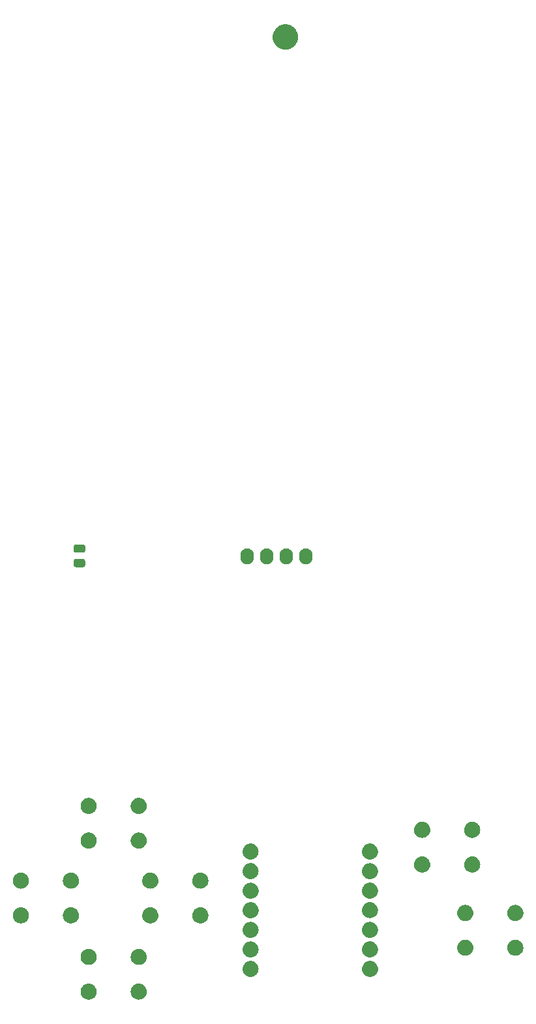
<source format=gbr>
G04 #@! TF.GenerationSoftware,KiCad,Pcbnew,8.0.5-8.0.5-0~ubuntu24.04.1*
G04 #@! TF.CreationDate,2024-09-20T13:44:17+09:00*
G04 #@! TF.ProjectId,gopher_pilot_xiao_sw,676f7068-6572-45f7-9069-6c6f745f7869,rev?*
G04 #@! TF.SameCoordinates,Original*
G04 #@! TF.FileFunction,Soldermask,Bot*
G04 #@! TF.FilePolarity,Negative*
%FSLAX46Y46*%
G04 Gerber Fmt 4.6, Leading zero omitted, Abs format (unit mm)*
G04 Created by KiCad (PCBNEW 8.0.5-8.0.5-0~ubuntu24.04.1) date 2024-09-20 13:44:17*
%MOMM*%
%LPD*%
G01*
G04 APERTURE LIST*
G04 APERTURE END LIST*
G36*
X93750938Y-166654017D02*
G01*
X93796923Y-166654017D01*
X93848139Y-166663590D01*
X93905040Y-166669195D01*
X93948261Y-166682306D01*
X93987474Y-166689636D01*
X94041785Y-166710676D01*
X94102200Y-166729003D01*
X94136720Y-166747454D01*
X94168232Y-166759662D01*
X94222977Y-166793559D01*
X94283904Y-166826125D01*
X94309506Y-166847136D01*
X94333048Y-166861713D01*
X94385212Y-166909267D01*
X94443169Y-166956831D01*
X94460342Y-166977757D01*
X94476301Y-166992305D01*
X94522629Y-167053653D01*
X94573875Y-167116096D01*
X94583783Y-167134634D01*
X94593122Y-167147000D01*
X94630274Y-167221613D01*
X94670997Y-167297800D01*
X94675340Y-167312117D01*
X94679528Y-167320528D01*
X94704267Y-167407476D01*
X94730805Y-167494960D01*
X94731676Y-167503811D01*
X94732577Y-167506975D01*
X94741938Y-167608002D01*
X94751000Y-167700000D01*
X94741938Y-167792005D01*
X94732577Y-167893024D01*
X94731676Y-167896187D01*
X94730805Y-167905040D01*
X94704262Y-167992538D01*
X94679528Y-168079471D01*
X94675341Y-168087879D01*
X94670997Y-168102200D01*
X94630267Y-168178399D01*
X94593122Y-168252999D01*
X94583785Y-168265362D01*
X94573875Y-168283904D01*
X94522620Y-168346357D01*
X94476301Y-168407694D01*
X94460345Y-168422238D01*
X94443169Y-168443169D01*
X94385201Y-168490741D01*
X94333048Y-168538286D01*
X94309511Y-168552859D01*
X94283904Y-168573875D01*
X94222965Y-168606447D01*
X94168232Y-168640337D01*
X94136726Y-168652542D01*
X94102200Y-168670997D01*
X94041773Y-168689327D01*
X93987474Y-168710363D01*
X93948268Y-168717691D01*
X93905040Y-168730805D01*
X93848136Y-168736409D01*
X93796923Y-168745983D01*
X93750938Y-168745983D01*
X93700000Y-168751000D01*
X93649062Y-168745983D01*
X93603077Y-168745983D01*
X93551863Y-168736409D01*
X93494960Y-168730805D01*
X93451732Y-168717692D01*
X93412525Y-168710363D01*
X93358221Y-168689325D01*
X93297800Y-168670997D01*
X93263275Y-168652543D01*
X93231767Y-168640337D01*
X93177027Y-168606443D01*
X93116096Y-168573875D01*
X93090491Y-168552861D01*
X93066951Y-168538286D01*
X93014788Y-168490733D01*
X92956831Y-168443169D01*
X92939656Y-168422242D01*
X92923698Y-168407694D01*
X92877367Y-168346342D01*
X92826125Y-168283904D01*
X92816216Y-168265366D01*
X92806877Y-168252999D01*
X92769717Y-168178372D01*
X92729003Y-168102200D01*
X92724660Y-168087884D01*
X92720471Y-168079471D01*
X92695721Y-167992485D01*
X92669195Y-167905040D01*
X92668323Y-167896192D01*
X92667422Y-167893024D01*
X92658044Y-167791833D01*
X92649000Y-167700000D01*
X92658044Y-167608173D01*
X92667422Y-167506975D01*
X92668323Y-167503805D01*
X92669195Y-167494960D01*
X92695716Y-167407529D01*
X92720471Y-167320528D01*
X92724661Y-167312112D01*
X92729003Y-167297800D01*
X92769710Y-167221641D01*
X92806877Y-167147000D01*
X92816218Y-167134629D01*
X92826125Y-167116096D01*
X92877357Y-167053668D01*
X92923698Y-166992305D01*
X92939660Y-166977753D01*
X92956831Y-166956831D01*
X93014777Y-166909275D01*
X93066951Y-166861713D01*
X93090496Y-166847134D01*
X93116096Y-166826125D01*
X93177015Y-166793563D01*
X93231767Y-166759662D01*
X93263282Y-166747452D01*
X93297800Y-166729003D01*
X93358209Y-166710677D01*
X93412525Y-166689636D01*
X93451739Y-166682305D01*
X93494960Y-166669195D01*
X93551860Y-166663590D01*
X93603077Y-166654017D01*
X93649062Y-166654017D01*
X93700000Y-166649000D01*
X93750938Y-166654017D01*
G37*
G36*
X100250938Y-166654017D02*
G01*
X100296923Y-166654017D01*
X100348139Y-166663590D01*
X100405040Y-166669195D01*
X100448261Y-166682306D01*
X100487474Y-166689636D01*
X100541785Y-166710676D01*
X100602200Y-166729003D01*
X100636720Y-166747454D01*
X100668232Y-166759662D01*
X100722977Y-166793559D01*
X100783904Y-166826125D01*
X100809506Y-166847136D01*
X100833048Y-166861713D01*
X100885212Y-166909267D01*
X100943169Y-166956831D01*
X100960342Y-166977757D01*
X100976301Y-166992305D01*
X101022629Y-167053653D01*
X101073875Y-167116096D01*
X101083783Y-167134634D01*
X101093122Y-167147000D01*
X101130274Y-167221613D01*
X101170997Y-167297800D01*
X101175340Y-167312117D01*
X101179528Y-167320528D01*
X101204267Y-167407476D01*
X101230805Y-167494960D01*
X101231676Y-167503811D01*
X101232577Y-167506975D01*
X101241938Y-167608002D01*
X101251000Y-167700000D01*
X101241938Y-167792005D01*
X101232577Y-167893024D01*
X101231676Y-167896187D01*
X101230805Y-167905040D01*
X101204262Y-167992538D01*
X101179528Y-168079471D01*
X101175341Y-168087879D01*
X101170997Y-168102200D01*
X101130267Y-168178399D01*
X101093122Y-168252999D01*
X101083785Y-168265362D01*
X101073875Y-168283904D01*
X101022620Y-168346357D01*
X100976301Y-168407694D01*
X100960345Y-168422238D01*
X100943169Y-168443169D01*
X100885201Y-168490741D01*
X100833048Y-168538286D01*
X100809511Y-168552859D01*
X100783904Y-168573875D01*
X100722965Y-168606447D01*
X100668232Y-168640337D01*
X100636726Y-168652542D01*
X100602200Y-168670997D01*
X100541773Y-168689327D01*
X100487474Y-168710363D01*
X100448268Y-168717691D01*
X100405040Y-168730805D01*
X100348136Y-168736409D01*
X100296923Y-168745983D01*
X100250938Y-168745983D01*
X100200000Y-168751000D01*
X100149062Y-168745983D01*
X100103077Y-168745983D01*
X100051863Y-168736409D01*
X99994960Y-168730805D01*
X99951732Y-168717692D01*
X99912525Y-168710363D01*
X99858221Y-168689325D01*
X99797800Y-168670997D01*
X99763275Y-168652543D01*
X99731767Y-168640337D01*
X99677027Y-168606443D01*
X99616096Y-168573875D01*
X99590491Y-168552861D01*
X99566951Y-168538286D01*
X99514788Y-168490733D01*
X99456831Y-168443169D01*
X99439656Y-168422242D01*
X99423698Y-168407694D01*
X99377367Y-168346342D01*
X99326125Y-168283904D01*
X99316216Y-168265366D01*
X99306877Y-168252999D01*
X99269717Y-168178372D01*
X99229003Y-168102200D01*
X99224660Y-168087884D01*
X99220471Y-168079471D01*
X99195721Y-167992485D01*
X99169195Y-167905040D01*
X99168323Y-167896192D01*
X99167422Y-167893024D01*
X99158044Y-167791833D01*
X99149000Y-167700000D01*
X99158044Y-167608173D01*
X99167422Y-167506975D01*
X99168323Y-167503805D01*
X99169195Y-167494960D01*
X99195716Y-167407529D01*
X99220471Y-167320528D01*
X99224661Y-167312112D01*
X99229003Y-167297800D01*
X99269710Y-167221641D01*
X99306877Y-167147000D01*
X99316218Y-167134629D01*
X99326125Y-167116096D01*
X99377357Y-167053668D01*
X99423698Y-166992305D01*
X99439660Y-166977753D01*
X99456831Y-166956831D01*
X99514777Y-166909275D01*
X99566951Y-166861713D01*
X99590496Y-166847134D01*
X99616096Y-166826125D01*
X99677015Y-166793563D01*
X99731767Y-166759662D01*
X99763282Y-166747452D01*
X99797800Y-166729003D01*
X99858209Y-166710677D01*
X99912525Y-166689636D01*
X99951739Y-166682305D01*
X99994960Y-166669195D01*
X100051860Y-166663590D01*
X100103077Y-166654017D01*
X100149062Y-166654017D01*
X100200000Y-166649000D01*
X100250938Y-166654017D01*
G37*
G36*
X114775523Y-163723576D02*
G01*
X114821037Y-163723576D01*
X114871723Y-163733050D01*
X114928167Y-163738610D01*
X114971046Y-163751617D01*
X115009850Y-163758871D01*
X115063597Y-163779692D01*
X115123527Y-163797872D01*
X115157764Y-163816172D01*
X115188951Y-163828254D01*
X115243140Y-163861807D01*
X115303571Y-163894108D01*
X115328962Y-163914946D01*
X115352259Y-163929371D01*
X115403876Y-163976426D01*
X115461381Y-164023619D01*
X115478421Y-164044382D01*
X115494209Y-164058775D01*
X115540042Y-164119468D01*
X115590892Y-164181429D01*
X115600725Y-164199826D01*
X115609961Y-164212056D01*
X115646700Y-164285839D01*
X115687128Y-164361473D01*
X115691440Y-164375687D01*
X115695577Y-164383996D01*
X115720017Y-164469894D01*
X115746390Y-164556833D01*
X115747256Y-164565628D01*
X115748141Y-164568738D01*
X115757340Y-164668013D01*
X115766400Y-164760000D01*
X115757339Y-164851994D01*
X115748141Y-164951261D01*
X115747256Y-164954369D01*
X115746390Y-164963167D01*
X115720012Y-165050120D01*
X115695577Y-165136003D01*
X115691440Y-165144309D01*
X115687128Y-165158527D01*
X115646693Y-165234174D01*
X115609961Y-165307943D01*
X115600727Y-165320170D01*
X115590892Y-165338571D01*
X115540032Y-165400543D01*
X115494209Y-165461224D01*
X115478424Y-165475613D01*
X115461381Y-165496381D01*
X115403865Y-165543582D01*
X115352259Y-165590628D01*
X115328967Y-165605049D01*
X115303571Y-165625892D01*
X115243128Y-165658199D01*
X115188951Y-165691745D01*
X115157771Y-165703823D01*
X115123527Y-165722128D01*
X115063585Y-165740311D01*
X115009850Y-165761128D01*
X114971053Y-165768380D01*
X114928167Y-165781390D01*
X114871720Y-165786949D01*
X114821037Y-165796424D01*
X114775523Y-165796424D01*
X114725000Y-165801400D01*
X114674477Y-165796424D01*
X114628963Y-165796424D01*
X114578279Y-165786949D01*
X114521833Y-165781390D01*
X114478947Y-165768380D01*
X114440149Y-165761128D01*
X114386410Y-165740309D01*
X114326473Y-165722128D01*
X114292230Y-165703825D01*
X114261048Y-165691745D01*
X114206863Y-165658195D01*
X114146429Y-165625892D01*
X114121035Y-165605051D01*
X114097740Y-165590628D01*
X114046124Y-165543574D01*
X113988619Y-165496381D01*
X113971578Y-165475617D01*
X113955790Y-165461224D01*
X113909954Y-165400528D01*
X113859108Y-165338571D01*
X113849274Y-165320174D01*
X113840038Y-165307943D01*
X113803291Y-165234147D01*
X113762872Y-165158527D01*
X113758560Y-165144314D01*
X113754422Y-165136003D01*
X113729971Y-165050067D01*
X113703610Y-164963167D01*
X113702744Y-164954375D01*
X113701858Y-164951261D01*
X113692643Y-164851822D01*
X113683600Y-164760000D01*
X113692642Y-164668185D01*
X113701858Y-164568738D01*
X113702744Y-164565623D01*
X113703610Y-164556833D01*
X113729966Y-164469947D01*
X113754422Y-164383996D01*
X113758561Y-164375682D01*
X113762872Y-164361473D01*
X113803284Y-164285866D01*
X113840038Y-164212056D01*
X113849276Y-164199821D01*
X113859108Y-164181429D01*
X113909945Y-164119483D01*
X113955790Y-164058775D01*
X113971581Y-164044378D01*
X113988619Y-164023619D01*
X114046113Y-163976434D01*
X114097740Y-163929371D01*
X114121040Y-163914943D01*
X114146429Y-163894108D01*
X114206851Y-163861811D01*
X114261048Y-163828254D01*
X114292237Y-163816171D01*
X114326473Y-163797872D01*
X114386398Y-163779693D01*
X114440149Y-163758871D01*
X114478954Y-163751617D01*
X114521833Y-163738610D01*
X114578276Y-163733050D01*
X114628963Y-163723576D01*
X114674477Y-163723576D01*
X114725000Y-163718600D01*
X114775523Y-163723576D01*
G37*
G36*
X130285523Y-163723576D02*
G01*
X130331037Y-163723576D01*
X130381723Y-163733050D01*
X130438167Y-163738610D01*
X130481046Y-163751617D01*
X130519850Y-163758871D01*
X130573597Y-163779692D01*
X130633527Y-163797872D01*
X130667764Y-163816172D01*
X130698951Y-163828254D01*
X130753140Y-163861807D01*
X130813571Y-163894108D01*
X130838962Y-163914946D01*
X130862259Y-163929371D01*
X130913876Y-163976426D01*
X130971381Y-164023619D01*
X130988421Y-164044382D01*
X131004209Y-164058775D01*
X131050042Y-164119468D01*
X131100892Y-164181429D01*
X131110725Y-164199826D01*
X131119961Y-164212056D01*
X131156700Y-164285839D01*
X131197128Y-164361473D01*
X131201440Y-164375687D01*
X131205577Y-164383996D01*
X131230017Y-164469894D01*
X131256390Y-164556833D01*
X131257256Y-164565628D01*
X131258141Y-164568738D01*
X131267340Y-164668013D01*
X131276400Y-164760000D01*
X131267339Y-164851994D01*
X131258141Y-164951261D01*
X131257256Y-164954369D01*
X131256390Y-164963167D01*
X131230012Y-165050120D01*
X131205577Y-165136003D01*
X131201440Y-165144309D01*
X131197128Y-165158527D01*
X131156693Y-165234174D01*
X131119961Y-165307943D01*
X131110727Y-165320170D01*
X131100892Y-165338571D01*
X131050032Y-165400543D01*
X131004209Y-165461224D01*
X130988424Y-165475613D01*
X130971381Y-165496381D01*
X130913865Y-165543582D01*
X130862259Y-165590628D01*
X130838967Y-165605049D01*
X130813571Y-165625892D01*
X130753128Y-165658199D01*
X130698951Y-165691745D01*
X130667771Y-165703823D01*
X130633527Y-165722128D01*
X130573585Y-165740311D01*
X130519850Y-165761128D01*
X130481053Y-165768380D01*
X130438167Y-165781390D01*
X130381720Y-165786949D01*
X130331037Y-165796424D01*
X130285523Y-165796424D01*
X130235000Y-165801400D01*
X130184477Y-165796424D01*
X130138963Y-165796424D01*
X130088279Y-165786949D01*
X130031833Y-165781390D01*
X129988947Y-165768380D01*
X129950149Y-165761128D01*
X129896410Y-165740309D01*
X129836473Y-165722128D01*
X129802230Y-165703825D01*
X129771048Y-165691745D01*
X129716863Y-165658195D01*
X129656429Y-165625892D01*
X129631035Y-165605051D01*
X129607740Y-165590628D01*
X129556124Y-165543574D01*
X129498619Y-165496381D01*
X129481578Y-165475617D01*
X129465790Y-165461224D01*
X129419954Y-165400528D01*
X129369108Y-165338571D01*
X129359274Y-165320174D01*
X129350038Y-165307943D01*
X129313291Y-165234147D01*
X129272872Y-165158527D01*
X129268560Y-165144314D01*
X129264422Y-165136003D01*
X129239971Y-165050067D01*
X129213610Y-164963167D01*
X129212744Y-164954375D01*
X129211858Y-164951261D01*
X129202643Y-164851822D01*
X129193600Y-164760000D01*
X129202642Y-164668185D01*
X129211858Y-164568738D01*
X129212744Y-164565623D01*
X129213610Y-164556833D01*
X129239966Y-164469947D01*
X129264422Y-164383996D01*
X129268561Y-164375682D01*
X129272872Y-164361473D01*
X129313284Y-164285866D01*
X129350038Y-164212056D01*
X129359276Y-164199821D01*
X129369108Y-164181429D01*
X129419945Y-164119483D01*
X129465790Y-164058775D01*
X129481581Y-164044378D01*
X129498619Y-164023619D01*
X129556113Y-163976434D01*
X129607740Y-163929371D01*
X129631040Y-163914943D01*
X129656429Y-163894108D01*
X129716851Y-163861811D01*
X129771048Y-163828254D01*
X129802237Y-163816171D01*
X129836473Y-163797872D01*
X129896398Y-163779693D01*
X129950149Y-163758871D01*
X129988954Y-163751617D01*
X130031833Y-163738610D01*
X130088276Y-163733050D01*
X130138963Y-163723576D01*
X130184477Y-163723576D01*
X130235000Y-163718600D01*
X130285523Y-163723576D01*
G37*
G36*
X93750938Y-162154017D02*
G01*
X93796923Y-162154017D01*
X93848139Y-162163590D01*
X93905040Y-162169195D01*
X93948261Y-162182306D01*
X93987474Y-162189636D01*
X94041785Y-162210676D01*
X94102200Y-162229003D01*
X94136720Y-162247454D01*
X94168232Y-162259662D01*
X94222977Y-162293559D01*
X94283904Y-162326125D01*
X94309506Y-162347136D01*
X94333048Y-162361713D01*
X94385212Y-162409267D01*
X94443169Y-162456831D01*
X94460342Y-162477757D01*
X94476301Y-162492305D01*
X94522629Y-162553653D01*
X94573875Y-162616096D01*
X94583783Y-162634634D01*
X94593122Y-162647000D01*
X94630274Y-162721613D01*
X94670997Y-162797800D01*
X94675340Y-162812117D01*
X94679528Y-162820528D01*
X94704267Y-162907476D01*
X94730805Y-162994960D01*
X94731676Y-163003811D01*
X94732577Y-163006975D01*
X94741938Y-163108002D01*
X94751000Y-163200000D01*
X94741938Y-163292005D01*
X94732577Y-163393024D01*
X94731676Y-163396187D01*
X94730805Y-163405040D01*
X94704262Y-163492538D01*
X94679528Y-163579471D01*
X94675341Y-163587879D01*
X94670997Y-163602200D01*
X94630267Y-163678399D01*
X94593122Y-163752999D01*
X94583785Y-163765362D01*
X94573875Y-163783904D01*
X94522620Y-163846357D01*
X94476301Y-163907694D01*
X94460345Y-163922238D01*
X94443169Y-163943169D01*
X94385201Y-163990741D01*
X94333048Y-164038286D01*
X94309511Y-164052859D01*
X94283904Y-164073875D01*
X94222965Y-164106447D01*
X94168232Y-164140337D01*
X94136726Y-164152542D01*
X94102200Y-164170997D01*
X94041773Y-164189327D01*
X93987474Y-164210363D01*
X93948268Y-164217691D01*
X93905040Y-164230805D01*
X93848136Y-164236409D01*
X93796923Y-164245983D01*
X93750938Y-164245983D01*
X93700000Y-164251000D01*
X93649062Y-164245983D01*
X93603077Y-164245983D01*
X93551863Y-164236409D01*
X93494960Y-164230805D01*
X93451732Y-164217692D01*
X93412525Y-164210363D01*
X93358221Y-164189325D01*
X93297800Y-164170997D01*
X93263275Y-164152543D01*
X93231767Y-164140337D01*
X93177027Y-164106443D01*
X93116096Y-164073875D01*
X93090491Y-164052861D01*
X93066951Y-164038286D01*
X93014788Y-163990733D01*
X92956831Y-163943169D01*
X92939656Y-163922242D01*
X92923698Y-163907694D01*
X92877367Y-163846342D01*
X92826125Y-163783904D01*
X92816216Y-163765366D01*
X92806877Y-163752999D01*
X92769717Y-163678372D01*
X92729003Y-163602200D01*
X92724660Y-163587884D01*
X92720471Y-163579471D01*
X92695721Y-163492485D01*
X92669195Y-163405040D01*
X92668323Y-163396192D01*
X92667422Y-163393024D01*
X92658044Y-163291833D01*
X92649000Y-163200000D01*
X92658044Y-163108173D01*
X92667422Y-163006975D01*
X92668323Y-163003805D01*
X92669195Y-162994960D01*
X92695716Y-162907529D01*
X92720471Y-162820528D01*
X92724661Y-162812112D01*
X92729003Y-162797800D01*
X92769710Y-162721641D01*
X92806877Y-162647000D01*
X92816218Y-162634629D01*
X92826125Y-162616096D01*
X92877357Y-162553668D01*
X92923698Y-162492305D01*
X92939660Y-162477753D01*
X92956831Y-162456831D01*
X93014777Y-162409275D01*
X93066951Y-162361713D01*
X93090496Y-162347134D01*
X93116096Y-162326125D01*
X93177015Y-162293563D01*
X93231767Y-162259662D01*
X93263282Y-162247452D01*
X93297800Y-162229003D01*
X93358209Y-162210677D01*
X93412525Y-162189636D01*
X93451739Y-162182305D01*
X93494960Y-162169195D01*
X93551860Y-162163590D01*
X93603077Y-162154017D01*
X93649062Y-162154017D01*
X93700000Y-162149000D01*
X93750938Y-162154017D01*
G37*
G36*
X100250938Y-162154017D02*
G01*
X100296923Y-162154017D01*
X100348139Y-162163590D01*
X100405040Y-162169195D01*
X100448261Y-162182306D01*
X100487474Y-162189636D01*
X100541785Y-162210676D01*
X100602200Y-162229003D01*
X100636720Y-162247454D01*
X100668232Y-162259662D01*
X100722977Y-162293559D01*
X100783904Y-162326125D01*
X100809506Y-162347136D01*
X100833048Y-162361713D01*
X100885212Y-162409267D01*
X100943169Y-162456831D01*
X100960342Y-162477757D01*
X100976301Y-162492305D01*
X101022629Y-162553653D01*
X101073875Y-162616096D01*
X101083783Y-162634634D01*
X101093122Y-162647000D01*
X101130274Y-162721613D01*
X101170997Y-162797800D01*
X101175340Y-162812117D01*
X101179528Y-162820528D01*
X101204267Y-162907476D01*
X101230805Y-162994960D01*
X101231676Y-163003811D01*
X101232577Y-163006975D01*
X101241938Y-163108002D01*
X101251000Y-163200000D01*
X101241938Y-163292005D01*
X101232577Y-163393024D01*
X101231676Y-163396187D01*
X101230805Y-163405040D01*
X101204262Y-163492538D01*
X101179528Y-163579471D01*
X101175341Y-163587879D01*
X101170997Y-163602200D01*
X101130267Y-163678399D01*
X101093122Y-163752999D01*
X101083785Y-163765362D01*
X101073875Y-163783904D01*
X101022620Y-163846357D01*
X100976301Y-163907694D01*
X100960345Y-163922238D01*
X100943169Y-163943169D01*
X100885201Y-163990741D01*
X100833048Y-164038286D01*
X100809511Y-164052859D01*
X100783904Y-164073875D01*
X100722965Y-164106447D01*
X100668232Y-164140337D01*
X100636726Y-164152542D01*
X100602200Y-164170997D01*
X100541773Y-164189327D01*
X100487474Y-164210363D01*
X100448268Y-164217691D01*
X100405040Y-164230805D01*
X100348136Y-164236409D01*
X100296923Y-164245983D01*
X100250938Y-164245983D01*
X100200000Y-164251000D01*
X100149062Y-164245983D01*
X100103077Y-164245983D01*
X100051863Y-164236409D01*
X99994960Y-164230805D01*
X99951732Y-164217692D01*
X99912525Y-164210363D01*
X99858221Y-164189325D01*
X99797800Y-164170997D01*
X99763275Y-164152543D01*
X99731767Y-164140337D01*
X99677027Y-164106443D01*
X99616096Y-164073875D01*
X99590491Y-164052861D01*
X99566951Y-164038286D01*
X99514788Y-163990733D01*
X99456831Y-163943169D01*
X99439656Y-163922242D01*
X99423698Y-163907694D01*
X99377367Y-163846342D01*
X99326125Y-163783904D01*
X99316216Y-163765366D01*
X99306877Y-163752999D01*
X99269717Y-163678372D01*
X99229003Y-163602200D01*
X99224660Y-163587884D01*
X99220471Y-163579471D01*
X99195721Y-163492485D01*
X99169195Y-163405040D01*
X99168323Y-163396192D01*
X99167422Y-163393024D01*
X99158044Y-163291833D01*
X99149000Y-163200000D01*
X99158044Y-163108173D01*
X99167422Y-163006975D01*
X99168323Y-163003805D01*
X99169195Y-162994960D01*
X99195716Y-162907529D01*
X99220471Y-162820528D01*
X99224661Y-162812112D01*
X99229003Y-162797800D01*
X99269710Y-162721641D01*
X99306877Y-162647000D01*
X99316218Y-162634629D01*
X99326125Y-162616096D01*
X99377357Y-162553668D01*
X99423698Y-162492305D01*
X99439660Y-162477753D01*
X99456831Y-162456831D01*
X99514777Y-162409275D01*
X99566951Y-162361713D01*
X99590496Y-162347134D01*
X99616096Y-162326125D01*
X99677015Y-162293563D01*
X99731767Y-162259662D01*
X99763282Y-162247452D01*
X99797800Y-162229003D01*
X99858209Y-162210677D01*
X99912525Y-162189636D01*
X99951739Y-162182305D01*
X99994960Y-162169195D01*
X100051860Y-162163590D01*
X100103077Y-162154017D01*
X100149062Y-162154017D01*
X100200000Y-162149000D01*
X100250938Y-162154017D01*
G37*
G36*
X114775523Y-161193576D02*
G01*
X114821037Y-161193576D01*
X114871723Y-161203050D01*
X114928167Y-161208610D01*
X114971046Y-161221617D01*
X115009850Y-161228871D01*
X115063597Y-161249692D01*
X115123527Y-161267872D01*
X115157764Y-161286172D01*
X115188951Y-161298254D01*
X115243140Y-161331807D01*
X115303571Y-161364108D01*
X115328962Y-161384946D01*
X115352259Y-161399371D01*
X115403876Y-161446426D01*
X115461381Y-161493619D01*
X115478421Y-161514382D01*
X115494209Y-161528775D01*
X115540042Y-161589468D01*
X115590892Y-161651429D01*
X115600725Y-161669826D01*
X115609961Y-161682056D01*
X115646700Y-161755839D01*
X115687128Y-161831473D01*
X115691440Y-161845687D01*
X115695577Y-161853996D01*
X115720017Y-161939894D01*
X115746390Y-162026833D01*
X115747256Y-162035628D01*
X115748141Y-162038738D01*
X115757340Y-162138013D01*
X115766400Y-162230000D01*
X115757339Y-162321994D01*
X115748141Y-162421261D01*
X115747256Y-162424369D01*
X115746390Y-162433167D01*
X115720012Y-162520120D01*
X115695577Y-162606003D01*
X115691440Y-162614309D01*
X115687128Y-162628527D01*
X115646693Y-162704174D01*
X115609961Y-162777943D01*
X115600727Y-162790170D01*
X115590892Y-162808571D01*
X115540032Y-162870543D01*
X115494209Y-162931224D01*
X115478424Y-162945613D01*
X115461381Y-162966381D01*
X115403865Y-163013582D01*
X115352259Y-163060628D01*
X115328967Y-163075049D01*
X115303571Y-163095892D01*
X115243128Y-163128199D01*
X115188951Y-163161745D01*
X115157771Y-163173823D01*
X115123527Y-163192128D01*
X115063585Y-163210311D01*
X115009850Y-163231128D01*
X114971053Y-163238380D01*
X114928167Y-163251390D01*
X114871720Y-163256949D01*
X114821037Y-163266424D01*
X114775523Y-163266424D01*
X114725000Y-163271400D01*
X114674477Y-163266424D01*
X114628963Y-163266424D01*
X114578279Y-163256949D01*
X114521833Y-163251390D01*
X114478947Y-163238380D01*
X114440149Y-163231128D01*
X114386410Y-163210309D01*
X114326473Y-163192128D01*
X114292230Y-163173825D01*
X114261048Y-163161745D01*
X114206863Y-163128195D01*
X114146429Y-163095892D01*
X114121035Y-163075051D01*
X114097740Y-163060628D01*
X114046124Y-163013574D01*
X113988619Y-162966381D01*
X113971578Y-162945617D01*
X113955790Y-162931224D01*
X113909954Y-162870528D01*
X113859108Y-162808571D01*
X113849274Y-162790174D01*
X113840038Y-162777943D01*
X113803291Y-162704147D01*
X113762872Y-162628527D01*
X113758560Y-162614314D01*
X113754422Y-162606003D01*
X113729971Y-162520067D01*
X113703610Y-162433167D01*
X113702744Y-162424375D01*
X113701858Y-162421261D01*
X113692643Y-162321822D01*
X113683600Y-162230000D01*
X113692642Y-162138185D01*
X113701858Y-162038738D01*
X113702744Y-162035623D01*
X113703610Y-162026833D01*
X113729966Y-161939947D01*
X113754422Y-161853996D01*
X113758561Y-161845682D01*
X113762872Y-161831473D01*
X113803284Y-161755866D01*
X113840038Y-161682056D01*
X113849276Y-161669821D01*
X113859108Y-161651429D01*
X113909945Y-161589483D01*
X113955790Y-161528775D01*
X113971581Y-161514378D01*
X113988619Y-161493619D01*
X114046113Y-161446434D01*
X114097740Y-161399371D01*
X114121040Y-161384943D01*
X114146429Y-161364108D01*
X114206851Y-161331811D01*
X114261048Y-161298254D01*
X114292237Y-161286171D01*
X114326473Y-161267872D01*
X114386398Y-161249693D01*
X114440149Y-161228871D01*
X114478954Y-161221617D01*
X114521833Y-161208610D01*
X114578276Y-161203050D01*
X114628963Y-161193576D01*
X114674477Y-161193576D01*
X114725000Y-161188600D01*
X114775523Y-161193576D01*
G37*
G36*
X130275523Y-161183576D02*
G01*
X130321037Y-161183576D01*
X130371723Y-161193050D01*
X130428167Y-161198610D01*
X130471046Y-161211617D01*
X130509850Y-161218871D01*
X130563597Y-161239692D01*
X130623527Y-161257872D01*
X130657764Y-161276172D01*
X130688951Y-161288254D01*
X130743140Y-161321807D01*
X130803571Y-161354108D01*
X130828962Y-161374946D01*
X130852259Y-161389371D01*
X130903876Y-161436426D01*
X130961381Y-161483619D01*
X130978421Y-161504382D01*
X130994209Y-161518775D01*
X131040042Y-161579468D01*
X131090892Y-161641429D01*
X131100725Y-161659826D01*
X131109961Y-161672056D01*
X131146700Y-161745839D01*
X131187128Y-161821473D01*
X131191440Y-161835687D01*
X131195577Y-161843996D01*
X131220017Y-161929894D01*
X131246390Y-162016833D01*
X131247256Y-162025628D01*
X131248141Y-162028738D01*
X131257340Y-162128013D01*
X131266400Y-162220000D01*
X131257339Y-162311994D01*
X131248141Y-162411261D01*
X131247256Y-162414369D01*
X131246390Y-162423167D01*
X131220012Y-162510120D01*
X131195577Y-162596003D01*
X131191440Y-162604309D01*
X131187128Y-162618527D01*
X131146693Y-162694174D01*
X131109961Y-162767943D01*
X131100727Y-162780170D01*
X131090892Y-162798571D01*
X131040032Y-162860543D01*
X130994209Y-162921224D01*
X130978424Y-162935613D01*
X130961381Y-162956381D01*
X130903865Y-163003582D01*
X130852259Y-163050628D01*
X130828967Y-163065049D01*
X130803571Y-163085892D01*
X130743128Y-163118199D01*
X130688951Y-163151745D01*
X130657771Y-163163823D01*
X130623527Y-163182128D01*
X130563585Y-163200311D01*
X130509850Y-163221128D01*
X130471053Y-163228380D01*
X130428167Y-163241390D01*
X130371720Y-163246949D01*
X130321037Y-163256424D01*
X130275523Y-163256424D01*
X130225000Y-163261400D01*
X130174477Y-163256424D01*
X130128963Y-163256424D01*
X130078279Y-163246949D01*
X130021833Y-163241390D01*
X129978947Y-163228380D01*
X129940149Y-163221128D01*
X129886410Y-163200309D01*
X129826473Y-163182128D01*
X129792230Y-163163825D01*
X129761048Y-163151745D01*
X129706863Y-163118195D01*
X129646429Y-163085892D01*
X129621035Y-163065051D01*
X129597740Y-163050628D01*
X129546124Y-163003574D01*
X129488619Y-162956381D01*
X129471578Y-162935617D01*
X129455790Y-162921224D01*
X129409954Y-162860528D01*
X129359108Y-162798571D01*
X129349274Y-162780174D01*
X129340038Y-162767943D01*
X129303291Y-162694147D01*
X129262872Y-162618527D01*
X129258560Y-162604314D01*
X129254422Y-162596003D01*
X129229971Y-162510067D01*
X129203610Y-162423167D01*
X129202744Y-162414375D01*
X129201858Y-162411261D01*
X129192643Y-162311822D01*
X129183600Y-162220000D01*
X129192642Y-162128185D01*
X129201858Y-162028738D01*
X129202744Y-162025623D01*
X129203610Y-162016833D01*
X129229966Y-161929947D01*
X129254422Y-161843996D01*
X129258561Y-161835682D01*
X129262872Y-161821473D01*
X129303284Y-161745866D01*
X129340038Y-161672056D01*
X129349276Y-161659821D01*
X129359108Y-161641429D01*
X129409945Y-161579483D01*
X129455790Y-161518775D01*
X129471581Y-161504378D01*
X129488619Y-161483619D01*
X129546113Y-161436434D01*
X129597740Y-161389371D01*
X129621040Y-161374943D01*
X129646429Y-161354108D01*
X129706851Y-161321811D01*
X129761048Y-161288254D01*
X129792237Y-161276171D01*
X129826473Y-161257872D01*
X129886398Y-161239693D01*
X129940149Y-161218871D01*
X129978954Y-161211617D01*
X130021833Y-161198610D01*
X130078276Y-161193050D01*
X130128963Y-161183576D01*
X130174477Y-161183576D01*
X130225000Y-161178600D01*
X130275523Y-161183576D01*
G37*
G36*
X142650938Y-160954017D02*
G01*
X142696923Y-160954017D01*
X142748139Y-160963590D01*
X142805040Y-160969195D01*
X142848261Y-160982306D01*
X142887474Y-160989636D01*
X142941785Y-161010676D01*
X143002200Y-161029003D01*
X143036720Y-161047454D01*
X143068232Y-161059662D01*
X143122977Y-161093559D01*
X143183904Y-161126125D01*
X143209506Y-161147136D01*
X143233048Y-161161713D01*
X143285212Y-161209267D01*
X143343169Y-161256831D01*
X143360342Y-161277757D01*
X143376301Y-161292305D01*
X143422629Y-161353653D01*
X143473875Y-161416096D01*
X143483783Y-161434634D01*
X143493122Y-161447000D01*
X143530274Y-161521613D01*
X143570997Y-161597800D01*
X143575340Y-161612117D01*
X143579528Y-161620528D01*
X143604267Y-161707476D01*
X143630805Y-161794960D01*
X143631676Y-161803811D01*
X143632577Y-161806975D01*
X143641938Y-161908002D01*
X143651000Y-162000000D01*
X143641938Y-162092005D01*
X143632577Y-162193024D01*
X143631676Y-162196187D01*
X143630805Y-162205040D01*
X143604262Y-162292538D01*
X143579528Y-162379471D01*
X143575341Y-162387879D01*
X143570997Y-162402200D01*
X143530267Y-162478399D01*
X143493122Y-162552999D01*
X143483785Y-162565362D01*
X143473875Y-162583904D01*
X143422620Y-162646357D01*
X143376301Y-162707694D01*
X143360345Y-162722238D01*
X143343169Y-162743169D01*
X143285201Y-162790741D01*
X143233048Y-162838286D01*
X143209511Y-162852859D01*
X143183904Y-162873875D01*
X143122965Y-162906447D01*
X143068232Y-162940337D01*
X143036726Y-162952542D01*
X143002200Y-162970997D01*
X142941773Y-162989327D01*
X142887474Y-163010363D01*
X142848268Y-163017691D01*
X142805040Y-163030805D01*
X142748136Y-163036409D01*
X142696923Y-163045983D01*
X142650938Y-163045983D01*
X142600000Y-163051000D01*
X142549062Y-163045983D01*
X142503077Y-163045983D01*
X142451863Y-163036409D01*
X142394960Y-163030805D01*
X142351732Y-163017692D01*
X142312525Y-163010363D01*
X142258221Y-162989325D01*
X142197800Y-162970997D01*
X142163275Y-162952543D01*
X142131767Y-162940337D01*
X142077027Y-162906443D01*
X142016096Y-162873875D01*
X141990491Y-162852861D01*
X141966951Y-162838286D01*
X141914788Y-162790733D01*
X141856831Y-162743169D01*
X141839656Y-162722242D01*
X141823698Y-162707694D01*
X141777367Y-162646342D01*
X141726125Y-162583904D01*
X141716216Y-162565366D01*
X141706877Y-162552999D01*
X141669717Y-162478372D01*
X141629003Y-162402200D01*
X141624660Y-162387884D01*
X141620471Y-162379471D01*
X141595721Y-162292485D01*
X141569195Y-162205040D01*
X141568323Y-162196192D01*
X141567422Y-162193024D01*
X141558044Y-162091833D01*
X141549000Y-162000000D01*
X141558044Y-161908173D01*
X141567422Y-161806975D01*
X141568323Y-161803805D01*
X141569195Y-161794960D01*
X141595716Y-161707529D01*
X141620471Y-161620528D01*
X141624661Y-161612112D01*
X141629003Y-161597800D01*
X141669710Y-161521641D01*
X141706877Y-161447000D01*
X141716218Y-161434629D01*
X141726125Y-161416096D01*
X141777357Y-161353668D01*
X141823698Y-161292305D01*
X141839660Y-161277753D01*
X141856831Y-161256831D01*
X141914777Y-161209275D01*
X141966951Y-161161713D01*
X141990496Y-161147134D01*
X142016096Y-161126125D01*
X142077015Y-161093563D01*
X142131767Y-161059662D01*
X142163282Y-161047452D01*
X142197800Y-161029003D01*
X142258209Y-161010677D01*
X142312525Y-160989636D01*
X142351739Y-160982305D01*
X142394960Y-160969195D01*
X142451860Y-160963590D01*
X142503077Y-160954017D01*
X142549062Y-160954017D01*
X142600000Y-160949000D01*
X142650938Y-160954017D01*
G37*
G36*
X149150938Y-160954017D02*
G01*
X149196923Y-160954017D01*
X149248139Y-160963590D01*
X149305040Y-160969195D01*
X149348261Y-160982306D01*
X149387474Y-160989636D01*
X149441785Y-161010676D01*
X149502200Y-161029003D01*
X149536720Y-161047454D01*
X149568232Y-161059662D01*
X149622977Y-161093559D01*
X149683904Y-161126125D01*
X149709506Y-161147136D01*
X149733048Y-161161713D01*
X149785212Y-161209267D01*
X149843169Y-161256831D01*
X149860342Y-161277757D01*
X149876301Y-161292305D01*
X149922629Y-161353653D01*
X149973875Y-161416096D01*
X149983783Y-161434634D01*
X149993122Y-161447000D01*
X150030274Y-161521613D01*
X150070997Y-161597800D01*
X150075340Y-161612117D01*
X150079528Y-161620528D01*
X150104267Y-161707476D01*
X150130805Y-161794960D01*
X150131676Y-161803811D01*
X150132577Y-161806975D01*
X150141938Y-161908002D01*
X150151000Y-162000000D01*
X150141938Y-162092005D01*
X150132577Y-162193024D01*
X150131676Y-162196187D01*
X150130805Y-162205040D01*
X150104262Y-162292538D01*
X150079528Y-162379471D01*
X150075341Y-162387879D01*
X150070997Y-162402200D01*
X150030267Y-162478399D01*
X149993122Y-162552999D01*
X149983785Y-162565362D01*
X149973875Y-162583904D01*
X149922620Y-162646357D01*
X149876301Y-162707694D01*
X149860345Y-162722238D01*
X149843169Y-162743169D01*
X149785201Y-162790741D01*
X149733048Y-162838286D01*
X149709511Y-162852859D01*
X149683904Y-162873875D01*
X149622965Y-162906447D01*
X149568232Y-162940337D01*
X149536726Y-162952542D01*
X149502200Y-162970997D01*
X149441773Y-162989327D01*
X149387474Y-163010363D01*
X149348268Y-163017691D01*
X149305040Y-163030805D01*
X149248136Y-163036409D01*
X149196923Y-163045983D01*
X149150938Y-163045983D01*
X149100000Y-163051000D01*
X149049062Y-163045983D01*
X149003077Y-163045983D01*
X148951863Y-163036409D01*
X148894960Y-163030805D01*
X148851732Y-163017692D01*
X148812525Y-163010363D01*
X148758221Y-162989325D01*
X148697800Y-162970997D01*
X148663275Y-162952543D01*
X148631767Y-162940337D01*
X148577027Y-162906443D01*
X148516096Y-162873875D01*
X148490491Y-162852861D01*
X148466951Y-162838286D01*
X148414788Y-162790733D01*
X148356831Y-162743169D01*
X148339656Y-162722242D01*
X148323698Y-162707694D01*
X148277367Y-162646342D01*
X148226125Y-162583904D01*
X148216216Y-162565366D01*
X148206877Y-162552999D01*
X148169717Y-162478372D01*
X148129003Y-162402200D01*
X148124660Y-162387884D01*
X148120471Y-162379471D01*
X148095721Y-162292485D01*
X148069195Y-162205040D01*
X148068323Y-162196192D01*
X148067422Y-162193024D01*
X148058044Y-162091833D01*
X148049000Y-162000000D01*
X148058044Y-161908173D01*
X148067422Y-161806975D01*
X148068323Y-161803805D01*
X148069195Y-161794960D01*
X148095716Y-161707529D01*
X148120471Y-161620528D01*
X148124661Y-161612112D01*
X148129003Y-161597800D01*
X148169710Y-161521641D01*
X148206877Y-161447000D01*
X148216218Y-161434629D01*
X148226125Y-161416096D01*
X148277357Y-161353668D01*
X148323698Y-161292305D01*
X148339660Y-161277753D01*
X148356831Y-161256831D01*
X148414777Y-161209275D01*
X148466951Y-161161713D01*
X148490496Y-161147134D01*
X148516096Y-161126125D01*
X148577015Y-161093563D01*
X148631767Y-161059662D01*
X148663282Y-161047452D01*
X148697800Y-161029003D01*
X148758209Y-161010677D01*
X148812525Y-160989636D01*
X148851739Y-160982305D01*
X148894960Y-160969195D01*
X148951860Y-160963590D01*
X149003077Y-160954017D01*
X149049062Y-160954017D01*
X149100000Y-160949000D01*
X149150938Y-160954017D01*
G37*
G36*
X114775523Y-158653576D02*
G01*
X114821037Y-158653576D01*
X114871723Y-158663050D01*
X114928167Y-158668610D01*
X114971046Y-158681617D01*
X115009850Y-158688871D01*
X115063597Y-158709692D01*
X115123527Y-158727872D01*
X115157764Y-158746172D01*
X115188951Y-158758254D01*
X115243140Y-158791807D01*
X115303571Y-158824108D01*
X115328962Y-158844946D01*
X115352259Y-158859371D01*
X115403876Y-158906426D01*
X115461381Y-158953619D01*
X115478421Y-158974382D01*
X115494209Y-158988775D01*
X115540042Y-159049468D01*
X115590892Y-159111429D01*
X115600725Y-159129826D01*
X115609961Y-159142056D01*
X115646700Y-159215839D01*
X115687128Y-159291473D01*
X115691440Y-159305687D01*
X115695577Y-159313996D01*
X115720017Y-159399894D01*
X115746390Y-159486833D01*
X115747256Y-159495628D01*
X115748141Y-159498738D01*
X115757340Y-159598013D01*
X115766400Y-159690000D01*
X115757339Y-159781994D01*
X115748141Y-159881261D01*
X115747256Y-159884369D01*
X115746390Y-159893167D01*
X115720012Y-159980120D01*
X115695577Y-160066003D01*
X115691440Y-160074309D01*
X115687128Y-160088527D01*
X115646693Y-160164174D01*
X115609961Y-160237943D01*
X115600727Y-160250170D01*
X115590892Y-160268571D01*
X115540032Y-160330543D01*
X115494209Y-160391224D01*
X115478424Y-160405613D01*
X115461381Y-160426381D01*
X115403865Y-160473582D01*
X115352259Y-160520628D01*
X115328967Y-160535049D01*
X115303571Y-160555892D01*
X115243128Y-160588199D01*
X115188951Y-160621745D01*
X115157771Y-160633823D01*
X115123527Y-160652128D01*
X115063585Y-160670311D01*
X115009850Y-160691128D01*
X114971053Y-160698380D01*
X114928167Y-160711390D01*
X114871720Y-160716949D01*
X114821037Y-160726424D01*
X114775523Y-160726424D01*
X114725000Y-160731400D01*
X114674477Y-160726424D01*
X114628963Y-160726424D01*
X114578279Y-160716949D01*
X114521833Y-160711390D01*
X114478947Y-160698380D01*
X114440149Y-160691128D01*
X114386410Y-160670309D01*
X114326473Y-160652128D01*
X114292230Y-160633825D01*
X114261048Y-160621745D01*
X114206863Y-160588195D01*
X114146429Y-160555892D01*
X114121035Y-160535051D01*
X114097740Y-160520628D01*
X114046124Y-160473574D01*
X113988619Y-160426381D01*
X113971578Y-160405617D01*
X113955790Y-160391224D01*
X113909954Y-160330528D01*
X113859108Y-160268571D01*
X113849274Y-160250174D01*
X113840038Y-160237943D01*
X113803291Y-160164147D01*
X113762872Y-160088527D01*
X113758560Y-160074314D01*
X113754422Y-160066003D01*
X113729971Y-159980067D01*
X113703610Y-159893167D01*
X113702744Y-159884375D01*
X113701858Y-159881261D01*
X113692643Y-159781822D01*
X113683600Y-159690000D01*
X113692642Y-159598185D01*
X113701858Y-159498738D01*
X113702744Y-159495623D01*
X113703610Y-159486833D01*
X113729966Y-159399947D01*
X113754422Y-159313996D01*
X113758561Y-159305682D01*
X113762872Y-159291473D01*
X113803284Y-159215866D01*
X113840038Y-159142056D01*
X113849276Y-159129821D01*
X113859108Y-159111429D01*
X113909945Y-159049483D01*
X113955790Y-158988775D01*
X113971581Y-158974378D01*
X113988619Y-158953619D01*
X114046113Y-158906434D01*
X114097740Y-158859371D01*
X114121040Y-158844943D01*
X114146429Y-158824108D01*
X114206851Y-158791811D01*
X114261048Y-158758254D01*
X114292237Y-158746171D01*
X114326473Y-158727872D01*
X114386398Y-158709693D01*
X114440149Y-158688871D01*
X114478954Y-158681617D01*
X114521833Y-158668610D01*
X114578276Y-158663050D01*
X114628963Y-158653576D01*
X114674477Y-158653576D01*
X114725000Y-158648600D01*
X114775523Y-158653576D01*
G37*
G36*
X130275523Y-158653576D02*
G01*
X130321037Y-158653576D01*
X130371723Y-158663050D01*
X130428167Y-158668610D01*
X130471046Y-158681617D01*
X130509850Y-158688871D01*
X130563597Y-158709692D01*
X130623527Y-158727872D01*
X130657764Y-158746172D01*
X130688951Y-158758254D01*
X130743140Y-158791807D01*
X130803571Y-158824108D01*
X130828962Y-158844946D01*
X130852259Y-158859371D01*
X130903876Y-158906426D01*
X130961381Y-158953619D01*
X130978421Y-158974382D01*
X130994209Y-158988775D01*
X131040042Y-159049468D01*
X131090892Y-159111429D01*
X131100725Y-159129826D01*
X131109961Y-159142056D01*
X131146700Y-159215839D01*
X131187128Y-159291473D01*
X131191440Y-159305687D01*
X131195577Y-159313996D01*
X131220017Y-159399894D01*
X131246390Y-159486833D01*
X131247256Y-159495628D01*
X131248141Y-159498738D01*
X131257340Y-159598013D01*
X131266400Y-159690000D01*
X131257339Y-159781994D01*
X131248141Y-159881261D01*
X131247256Y-159884369D01*
X131246390Y-159893167D01*
X131220012Y-159980120D01*
X131195577Y-160066003D01*
X131191440Y-160074309D01*
X131187128Y-160088527D01*
X131146693Y-160164174D01*
X131109961Y-160237943D01*
X131100727Y-160250170D01*
X131090892Y-160268571D01*
X131040032Y-160330543D01*
X130994209Y-160391224D01*
X130978424Y-160405613D01*
X130961381Y-160426381D01*
X130903865Y-160473582D01*
X130852259Y-160520628D01*
X130828967Y-160535049D01*
X130803571Y-160555892D01*
X130743128Y-160588199D01*
X130688951Y-160621745D01*
X130657771Y-160633823D01*
X130623527Y-160652128D01*
X130563585Y-160670311D01*
X130509850Y-160691128D01*
X130471053Y-160698380D01*
X130428167Y-160711390D01*
X130371720Y-160716949D01*
X130321037Y-160726424D01*
X130275523Y-160726424D01*
X130225000Y-160731400D01*
X130174477Y-160726424D01*
X130128963Y-160726424D01*
X130078279Y-160716949D01*
X130021833Y-160711390D01*
X129978947Y-160698380D01*
X129940149Y-160691128D01*
X129886410Y-160670309D01*
X129826473Y-160652128D01*
X129792230Y-160633825D01*
X129761048Y-160621745D01*
X129706863Y-160588195D01*
X129646429Y-160555892D01*
X129621035Y-160535051D01*
X129597740Y-160520628D01*
X129546124Y-160473574D01*
X129488619Y-160426381D01*
X129471578Y-160405617D01*
X129455790Y-160391224D01*
X129409954Y-160330528D01*
X129359108Y-160268571D01*
X129349274Y-160250174D01*
X129340038Y-160237943D01*
X129303291Y-160164147D01*
X129262872Y-160088527D01*
X129258560Y-160074314D01*
X129254422Y-160066003D01*
X129229971Y-159980067D01*
X129203610Y-159893167D01*
X129202744Y-159884375D01*
X129201858Y-159881261D01*
X129192643Y-159781822D01*
X129183600Y-159690000D01*
X129192642Y-159598185D01*
X129201858Y-159498738D01*
X129202744Y-159495623D01*
X129203610Y-159486833D01*
X129229966Y-159399947D01*
X129254422Y-159313996D01*
X129258561Y-159305682D01*
X129262872Y-159291473D01*
X129303284Y-159215866D01*
X129340038Y-159142056D01*
X129349276Y-159129821D01*
X129359108Y-159111429D01*
X129409945Y-159049483D01*
X129455790Y-158988775D01*
X129471581Y-158974378D01*
X129488619Y-158953619D01*
X129546113Y-158906434D01*
X129597740Y-158859371D01*
X129621040Y-158844943D01*
X129646429Y-158824108D01*
X129706851Y-158791811D01*
X129761048Y-158758254D01*
X129792237Y-158746171D01*
X129826473Y-158727872D01*
X129886398Y-158709693D01*
X129940149Y-158688871D01*
X129978954Y-158681617D01*
X130021833Y-158668610D01*
X130078276Y-158663050D01*
X130128963Y-158653576D01*
X130174477Y-158653576D01*
X130225000Y-158648600D01*
X130275523Y-158653576D01*
G37*
G36*
X84950938Y-156754017D02*
G01*
X84996923Y-156754017D01*
X85048139Y-156763590D01*
X85105040Y-156769195D01*
X85148261Y-156782306D01*
X85187474Y-156789636D01*
X85241785Y-156810676D01*
X85302200Y-156829003D01*
X85336720Y-156847454D01*
X85368232Y-156859662D01*
X85422977Y-156893559D01*
X85483904Y-156926125D01*
X85509506Y-156947136D01*
X85533048Y-156961713D01*
X85585212Y-157009267D01*
X85643169Y-157056831D01*
X85660342Y-157077757D01*
X85676301Y-157092305D01*
X85722629Y-157153653D01*
X85773875Y-157216096D01*
X85783783Y-157234634D01*
X85793122Y-157247000D01*
X85830274Y-157321613D01*
X85870997Y-157397800D01*
X85875340Y-157412117D01*
X85879528Y-157420528D01*
X85904267Y-157507476D01*
X85930805Y-157594960D01*
X85931676Y-157603811D01*
X85932577Y-157606975D01*
X85941938Y-157708002D01*
X85951000Y-157800000D01*
X85941938Y-157892005D01*
X85932577Y-157993024D01*
X85931676Y-157996187D01*
X85930805Y-158005040D01*
X85904262Y-158092538D01*
X85879528Y-158179471D01*
X85875341Y-158187879D01*
X85870997Y-158202200D01*
X85830267Y-158278399D01*
X85793122Y-158352999D01*
X85783785Y-158365362D01*
X85773875Y-158383904D01*
X85722620Y-158446357D01*
X85676301Y-158507694D01*
X85660345Y-158522238D01*
X85643169Y-158543169D01*
X85585201Y-158590741D01*
X85533048Y-158638286D01*
X85509511Y-158652859D01*
X85483904Y-158673875D01*
X85422965Y-158706447D01*
X85368232Y-158740337D01*
X85336726Y-158752542D01*
X85302200Y-158770997D01*
X85241773Y-158789327D01*
X85187474Y-158810363D01*
X85148268Y-158817691D01*
X85105040Y-158830805D01*
X85048136Y-158836409D01*
X84996923Y-158845983D01*
X84950938Y-158845983D01*
X84900000Y-158851000D01*
X84849062Y-158845983D01*
X84803077Y-158845983D01*
X84751863Y-158836409D01*
X84694960Y-158830805D01*
X84651732Y-158817692D01*
X84612525Y-158810363D01*
X84558221Y-158789325D01*
X84497800Y-158770997D01*
X84463275Y-158752543D01*
X84431767Y-158740337D01*
X84377027Y-158706443D01*
X84316096Y-158673875D01*
X84290491Y-158652861D01*
X84266951Y-158638286D01*
X84214788Y-158590733D01*
X84156831Y-158543169D01*
X84139656Y-158522242D01*
X84123698Y-158507694D01*
X84077367Y-158446342D01*
X84026125Y-158383904D01*
X84016216Y-158365366D01*
X84006877Y-158352999D01*
X83969717Y-158278372D01*
X83929003Y-158202200D01*
X83924660Y-158187884D01*
X83920471Y-158179471D01*
X83895721Y-158092485D01*
X83869195Y-158005040D01*
X83868323Y-157996192D01*
X83867422Y-157993024D01*
X83858044Y-157891833D01*
X83849000Y-157800000D01*
X83858044Y-157708173D01*
X83867422Y-157606975D01*
X83868323Y-157603805D01*
X83869195Y-157594960D01*
X83895716Y-157507529D01*
X83920471Y-157420528D01*
X83924661Y-157412112D01*
X83929003Y-157397800D01*
X83969710Y-157321641D01*
X84006877Y-157247000D01*
X84016218Y-157234629D01*
X84026125Y-157216096D01*
X84077357Y-157153668D01*
X84123698Y-157092305D01*
X84139660Y-157077753D01*
X84156831Y-157056831D01*
X84214777Y-157009275D01*
X84266951Y-156961713D01*
X84290496Y-156947134D01*
X84316096Y-156926125D01*
X84377015Y-156893563D01*
X84431767Y-156859662D01*
X84463282Y-156847452D01*
X84497800Y-156829003D01*
X84558209Y-156810677D01*
X84612525Y-156789636D01*
X84651739Y-156782305D01*
X84694960Y-156769195D01*
X84751860Y-156763590D01*
X84803077Y-156754017D01*
X84849062Y-156754017D01*
X84900000Y-156749000D01*
X84950938Y-156754017D01*
G37*
G36*
X91450938Y-156754017D02*
G01*
X91496923Y-156754017D01*
X91548139Y-156763590D01*
X91605040Y-156769195D01*
X91648261Y-156782306D01*
X91687474Y-156789636D01*
X91741785Y-156810676D01*
X91802200Y-156829003D01*
X91836720Y-156847454D01*
X91868232Y-156859662D01*
X91922977Y-156893559D01*
X91983904Y-156926125D01*
X92009506Y-156947136D01*
X92033048Y-156961713D01*
X92085212Y-157009267D01*
X92143169Y-157056831D01*
X92160342Y-157077757D01*
X92176301Y-157092305D01*
X92222629Y-157153653D01*
X92273875Y-157216096D01*
X92283783Y-157234634D01*
X92293122Y-157247000D01*
X92330274Y-157321613D01*
X92370997Y-157397800D01*
X92375340Y-157412117D01*
X92379528Y-157420528D01*
X92404267Y-157507476D01*
X92430805Y-157594960D01*
X92431676Y-157603811D01*
X92432577Y-157606975D01*
X92441938Y-157708002D01*
X92451000Y-157800000D01*
X92441938Y-157892005D01*
X92432577Y-157993024D01*
X92431676Y-157996187D01*
X92430805Y-158005040D01*
X92404262Y-158092538D01*
X92379528Y-158179471D01*
X92375341Y-158187879D01*
X92370997Y-158202200D01*
X92330267Y-158278399D01*
X92293122Y-158352999D01*
X92283785Y-158365362D01*
X92273875Y-158383904D01*
X92222620Y-158446357D01*
X92176301Y-158507694D01*
X92160345Y-158522238D01*
X92143169Y-158543169D01*
X92085201Y-158590741D01*
X92033048Y-158638286D01*
X92009511Y-158652859D01*
X91983904Y-158673875D01*
X91922965Y-158706447D01*
X91868232Y-158740337D01*
X91836726Y-158752542D01*
X91802200Y-158770997D01*
X91741773Y-158789327D01*
X91687474Y-158810363D01*
X91648268Y-158817691D01*
X91605040Y-158830805D01*
X91548136Y-158836409D01*
X91496923Y-158845983D01*
X91450938Y-158845983D01*
X91400000Y-158851000D01*
X91349062Y-158845983D01*
X91303077Y-158845983D01*
X91251863Y-158836409D01*
X91194960Y-158830805D01*
X91151732Y-158817692D01*
X91112525Y-158810363D01*
X91058221Y-158789325D01*
X90997800Y-158770997D01*
X90963275Y-158752543D01*
X90931767Y-158740337D01*
X90877027Y-158706443D01*
X90816096Y-158673875D01*
X90790491Y-158652861D01*
X90766951Y-158638286D01*
X90714788Y-158590733D01*
X90656831Y-158543169D01*
X90639656Y-158522242D01*
X90623698Y-158507694D01*
X90577367Y-158446342D01*
X90526125Y-158383904D01*
X90516216Y-158365366D01*
X90506877Y-158352999D01*
X90469717Y-158278372D01*
X90429003Y-158202200D01*
X90424660Y-158187884D01*
X90420471Y-158179471D01*
X90395721Y-158092485D01*
X90369195Y-158005040D01*
X90368323Y-157996192D01*
X90367422Y-157993024D01*
X90358044Y-157891833D01*
X90349000Y-157800000D01*
X90358044Y-157708173D01*
X90367422Y-157606975D01*
X90368323Y-157603805D01*
X90369195Y-157594960D01*
X90395716Y-157507529D01*
X90420471Y-157420528D01*
X90424661Y-157412112D01*
X90429003Y-157397800D01*
X90469710Y-157321641D01*
X90506877Y-157247000D01*
X90516218Y-157234629D01*
X90526125Y-157216096D01*
X90577357Y-157153668D01*
X90623698Y-157092305D01*
X90639660Y-157077753D01*
X90656831Y-157056831D01*
X90714777Y-157009275D01*
X90766951Y-156961713D01*
X90790496Y-156947134D01*
X90816096Y-156926125D01*
X90877015Y-156893563D01*
X90931767Y-156859662D01*
X90963282Y-156847452D01*
X90997800Y-156829003D01*
X91058209Y-156810677D01*
X91112525Y-156789636D01*
X91151739Y-156782305D01*
X91194960Y-156769195D01*
X91251860Y-156763590D01*
X91303077Y-156754017D01*
X91349062Y-156754017D01*
X91400000Y-156749000D01*
X91450938Y-156754017D01*
G37*
G36*
X101750938Y-156754017D02*
G01*
X101796923Y-156754017D01*
X101848139Y-156763590D01*
X101905040Y-156769195D01*
X101948261Y-156782306D01*
X101987474Y-156789636D01*
X102041785Y-156810676D01*
X102102200Y-156829003D01*
X102136720Y-156847454D01*
X102168232Y-156859662D01*
X102222977Y-156893559D01*
X102283904Y-156926125D01*
X102309506Y-156947136D01*
X102333048Y-156961713D01*
X102385212Y-157009267D01*
X102443169Y-157056831D01*
X102460342Y-157077757D01*
X102476301Y-157092305D01*
X102522629Y-157153653D01*
X102573875Y-157216096D01*
X102583783Y-157234634D01*
X102593122Y-157247000D01*
X102630274Y-157321613D01*
X102670997Y-157397800D01*
X102675340Y-157412117D01*
X102679528Y-157420528D01*
X102704267Y-157507476D01*
X102730805Y-157594960D01*
X102731676Y-157603811D01*
X102732577Y-157606975D01*
X102741938Y-157708002D01*
X102751000Y-157800000D01*
X102741938Y-157892005D01*
X102732577Y-157993024D01*
X102731676Y-157996187D01*
X102730805Y-158005040D01*
X102704262Y-158092538D01*
X102679528Y-158179471D01*
X102675341Y-158187879D01*
X102670997Y-158202200D01*
X102630267Y-158278399D01*
X102593122Y-158352999D01*
X102583785Y-158365362D01*
X102573875Y-158383904D01*
X102522620Y-158446357D01*
X102476301Y-158507694D01*
X102460345Y-158522238D01*
X102443169Y-158543169D01*
X102385201Y-158590741D01*
X102333048Y-158638286D01*
X102309511Y-158652859D01*
X102283904Y-158673875D01*
X102222965Y-158706447D01*
X102168232Y-158740337D01*
X102136726Y-158752542D01*
X102102200Y-158770997D01*
X102041773Y-158789327D01*
X101987474Y-158810363D01*
X101948268Y-158817691D01*
X101905040Y-158830805D01*
X101848136Y-158836409D01*
X101796923Y-158845983D01*
X101750938Y-158845983D01*
X101700000Y-158851000D01*
X101649062Y-158845983D01*
X101603077Y-158845983D01*
X101551863Y-158836409D01*
X101494960Y-158830805D01*
X101451732Y-158817692D01*
X101412525Y-158810363D01*
X101358221Y-158789325D01*
X101297800Y-158770997D01*
X101263275Y-158752543D01*
X101231767Y-158740337D01*
X101177027Y-158706443D01*
X101116096Y-158673875D01*
X101090491Y-158652861D01*
X101066951Y-158638286D01*
X101014788Y-158590733D01*
X100956831Y-158543169D01*
X100939656Y-158522242D01*
X100923698Y-158507694D01*
X100877367Y-158446342D01*
X100826125Y-158383904D01*
X100816216Y-158365366D01*
X100806877Y-158352999D01*
X100769717Y-158278372D01*
X100729003Y-158202200D01*
X100724660Y-158187884D01*
X100720471Y-158179471D01*
X100695721Y-158092485D01*
X100669195Y-158005040D01*
X100668323Y-157996192D01*
X100667422Y-157993024D01*
X100658044Y-157891833D01*
X100649000Y-157800000D01*
X100658044Y-157708173D01*
X100667422Y-157606975D01*
X100668323Y-157603805D01*
X100669195Y-157594960D01*
X100695716Y-157507529D01*
X100720471Y-157420528D01*
X100724661Y-157412112D01*
X100729003Y-157397800D01*
X100769710Y-157321641D01*
X100806877Y-157247000D01*
X100816218Y-157234629D01*
X100826125Y-157216096D01*
X100877357Y-157153668D01*
X100923698Y-157092305D01*
X100939660Y-157077753D01*
X100956831Y-157056831D01*
X101014777Y-157009275D01*
X101066951Y-156961713D01*
X101090496Y-156947134D01*
X101116096Y-156926125D01*
X101177015Y-156893563D01*
X101231767Y-156859662D01*
X101263282Y-156847452D01*
X101297800Y-156829003D01*
X101358209Y-156810677D01*
X101412525Y-156789636D01*
X101451739Y-156782305D01*
X101494960Y-156769195D01*
X101551860Y-156763590D01*
X101603077Y-156754017D01*
X101649062Y-156754017D01*
X101700000Y-156749000D01*
X101750938Y-156754017D01*
G37*
G36*
X108250938Y-156754017D02*
G01*
X108296923Y-156754017D01*
X108348139Y-156763590D01*
X108405040Y-156769195D01*
X108448261Y-156782306D01*
X108487474Y-156789636D01*
X108541785Y-156810676D01*
X108602200Y-156829003D01*
X108636720Y-156847454D01*
X108668232Y-156859662D01*
X108722977Y-156893559D01*
X108783904Y-156926125D01*
X108809506Y-156947136D01*
X108833048Y-156961713D01*
X108885212Y-157009267D01*
X108943169Y-157056831D01*
X108960342Y-157077757D01*
X108976301Y-157092305D01*
X109022629Y-157153653D01*
X109073875Y-157216096D01*
X109083783Y-157234634D01*
X109093122Y-157247000D01*
X109130274Y-157321613D01*
X109170997Y-157397800D01*
X109175340Y-157412117D01*
X109179528Y-157420528D01*
X109204267Y-157507476D01*
X109230805Y-157594960D01*
X109231676Y-157603811D01*
X109232577Y-157606975D01*
X109241938Y-157708002D01*
X109251000Y-157800000D01*
X109241938Y-157892005D01*
X109232577Y-157993024D01*
X109231676Y-157996187D01*
X109230805Y-158005040D01*
X109204262Y-158092538D01*
X109179528Y-158179471D01*
X109175341Y-158187879D01*
X109170997Y-158202200D01*
X109130267Y-158278399D01*
X109093122Y-158352999D01*
X109083785Y-158365362D01*
X109073875Y-158383904D01*
X109022620Y-158446357D01*
X108976301Y-158507694D01*
X108960345Y-158522238D01*
X108943169Y-158543169D01*
X108885201Y-158590741D01*
X108833048Y-158638286D01*
X108809511Y-158652859D01*
X108783904Y-158673875D01*
X108722965Y-158706447D01*
X108668232Y-158740337D01*
X108636726Y-158752542D01*
X108602200Y-158770997D01*
X108541773Y-158789327D01*
X108487474Y-158810363D01*
X108448268Y-158817691D01*
X108405040Y-158830805D01*
X108348136Y-158836409D01*
X108296923Y-158845983D01*
X108250938Y-158845983D01*
X108200000Y-158851000D01*
X108149062Y-158845983D01*
X108103077Y-158845983D01*
X108051863Y-158836409D01*
X107994960Y-158830805D01*
X107951732Y-158817692D01*
X107912525Y-158810363D01*
X107858221Y-158789325D01*
X107797800Y-158770997D01*
X107763275Y-158752543D01*
X107731767Y-158740337D01*
X107677027Y-158706443D01*
X107616096Y-158673875D01*
X107590491Y-158652861D01*
X107566951Y-158638286D01*
X107514788Y-158590733D01*
X107456831Y-158543169D01*
X107439656Y-158522242D01*
X107423698Y-158507694D01*
X107377367Y-158446342D01*
X107326125Y-158383904D01*
X107316216Y-158365366D01*
X107306877Y-158352999D01*
X107269717Y-158278372D01*
X107229003Y-158202200D01*
X107224660Y-158187884D01*
X107220471Y-158179471D01*
X107195721Y-158092485D01*
X107169195Y-158005040D01*
X107168323Y-157996192D01*
X107167422Y-157993024D01*
X107158044Y-157891833D01*
X107149000Y-157800000D01*
X107158044Y-157708173D01*
X107167422Y-157606975D01*
X107168323Y-157603805D01*
X107169195Y-157594960D01*
X107195716Y-157507529D01*
X107220471Y-157420528D01*
X107224661Y-157412112D01*
X107229003Y-157397800D01*
X107269710Y-157321641D01*
X107306877Y-157247000D01*
X107316218Y-157234629D01*
X107326125Y-157216096D01*
X107377357Y-157153668D01*
X107423698Y-157092305D01*
X107439660Y-157077753D01*
X107456831Y-157056831D01*
X107514777Y-157009275D01*
X107566951Y-156961713D01*
X107590496Y-156947134D01*
X107616096Y-156926125D01*
X107677015Y-156893563D01*
X107731767Y-156859662D01*
X107763282Y-156847452D01*
X107797800Y-156829003D01*
X107858209Y-156810677D01*
X107912525Y-156789636D01*
X107951739Y-156782305D01*
X107994960Y-156769195D01*
X108051860Y-156763590D01*
X108103077Y-156754017D01*
X108149062Y-156754017D01*
X108200000Y-156749000D01*
X108250938Y-156754017D01*
G37*
G36*
X142650938Y-156454017D02*
G01*
X142696923Y-156454017D01*
X142748139Y-156463590D01*
X142805040Y-156469195D01*
X142848261Y-156482306D01*
X142887474Y-156489636D01*
X142941785Y-156510676D01*
X143002200Y-156529003D01*
X143036720Y-156547454D01*
X143068232Y-156559662D01*
X143122977Y-156593559D01*
X143183904Y-156626125D01*
X143209506Y-156647136D01*
X143233048Y-156661713D01*
X143285212Y-156709267D01*
X143343169Y-156756831D01*
X143360342Y-156777757D01*
X143376301Y-156792305D01*
X143422629Y-156853653D01*
X143473875Y-156916096D01*
X143483783Y-156934634D01*
X143493122Y-156947000D01*
X143530274Y-157021613D01*
X143570997Y-157097800D01*
X143575340Y-157112117D01*
X143579528Y-157120528D01*
X143604267Y-157207476D01*
X143630805Y-157294960D01*
X143631676Y-157303811D01*
X143632577Y-157306975D01*
X143641938Y-157408002D01*
X143651000Y-157500000D01*
X143641938Y-157592005D01*
X143632577Y-157693024D01*
X143631676Y-157696187D01*
X143630805Y-157705040D01*
X143604262Y-157792538D01*
X143579528Y-157879471D01*
X143575341Y-157887879D01*
X143570997Y-157902200D01*
X143530267Y-157978399D01*
X143493122Y-158052999D01*
X143483785Y-158065362D01*
X143473875Y-158083904D01*
X143422620Y-158146357D01*
X143376301Y-158207694D01*
X143360345Y-158222238D01*
X143343169Y-158243169D01*
X143285201Y-158290741D01*
X143233048Y-158338286D01*
X143209511Y-158352859D01*
X143183904Y-158373875D01*
X143122965Y-158406447D01*
X143068232Y-158440337D01*
X143036726Y-158452542D01*
X143002200Y-158470997D01*
X142941773Y-158489327D01*
X142887474Y-158510363D01*
X142848268Y-158517691D01*
X142805040Y-158530805D01*
X142748136Y-158536409D01*
X142696923Y-158545983D01*
X142650938Y-158545983D01*
X142600000Y-158551000D01*
X142549062Y-158545983D01*
X142503077Y-158545983D01*
X142451863Y-158536409D01*
X142394960Y-158530805D01*
X142351732Y-158517692D01*
X142312525Y-158510363D01*
X142258221Y-158489325D01*
X142197800Y-158470997D01*
X142163275Y-158452543D01*
X142131767Y-158440337D01*
X142077027Y-158406443D01*
X142016096Y-158373875D01*
X141990491Y-158352861D01*
X141966951Y-158338286D01*
X141914788Y-158290733D01*
X141856831Y-158243169D01*
X141839656Y-158222242D01*
X141823698Y-158207694D01*
X141777367Y-158146342D01*
X141726125Y-158083904D01*
X141716216Y-158065366D01*
X141706877Y-158052999D01*
X141669717Y-157978372D01*
X141629003Y-157902200D01*
X141624660Y-157887884D01*
X141620471Y-157879471D01*
X141595721Y-157792485D01*
X141569195Y-157705040D01*
X141568323Y-157696192D01*
X141567422Y-157693024D01*
X141558044Y-157591833D01*
X141549000Y-157500000D01*
X141558044Y-157408173D01*
X141567422Y-157306975D01*
X141568323Y-157303805D01*
X141569195Y-157294960D01*
X141595716Y-157207529D01*
X141620471Y-157120528D01*
X141624661Y-157112112D01*
X141629003Y-157097800D01*
X141669710Y-157021641D01*
X141706877Y-156947000D01*
X141716218Y-156934629D01*
X141726125Y-156916096D01*
X141777357Y-156853668D01*
X141823698Y-156792305D01*
X141839660Y-156777753D01*
X141856831Y-156756831D01*
X141914777Y-156709275D01*
X141966951Y-156661713D01*
X141990496Y-156647134D01*
X142016096Y-156626125D01*
X142077015Y-156593563D01*
X142131767Y-156559662D01*
X142163282Y-156547452D01*
X142197800Y-156529003D01*
X142258209Y-156510677D01*
X142312525Y-156489636D01*
X142351739Y-156482305D01*
X142394960Y-156469195D01*
X142451860Y-156463590D01*
X142503077Y-156454017D01*
X142549062Y-156454017D01*
X142600000Y-156449000D01*
X142650938Y-156454017D01*
G37*
G36*
X149150938Y-156454017D02*
G01*
X149196923Y-156454017D01*
X149248139Y-156463590D01*
X149305040Y-156469195D01*
X149348261Y-156482306D01*
X149387474Y-156489636D01*
X149441785Y-156510676D01*
X149502200Y-156529003D01*
X149536720Y-156547454D01*
X149568232Y-156559662D01*
X149622977Y-156593559D01*
X149683904Y-156626125D01*
X149709506Y-156647136D01*
X149733048Y-156661713D01*
X149785212Y-156709267D01*
X149843169Y-156756831D01*
X149860342Y-156777757D01*
X149876301Y-156792305D01*
X149922629Y-156853653D01*
X149973875Y-156916096D01*
X149983783Y-156934634D01*
X149993122Y-156947000D01*
X150030274Y-157021613D01*
X150070997Y-157097800D01*
X150075340Y-157112117D01*
X150079528Y-157120528D01*
X150104267Y-157207476D01*
X150130805Y-157294960D01*
X150131676Y-157303811D01*
X150132577Y-157306975D01*
X150141938Y-157408002D01*
X150151000Y-157500000D01*
X150141938Y-157592005D01*
X150132577Y-157693024D01*
X150131676Y-157696187D01*
X150130805Y-157705040D01*
X150104262Y-157792538D01*
X150079528Y-157879471D01*
X150075341Y-157887879D01*
X150070997Y-157902200D01*
X150030267Y-157978399D01*
X149993122Y-158052999D01*
X149983785Y-158065362D01*
X149973875Y-158083904D01*
X149922620Y-158146357D01*
X149876301Y-158207694D01*
X149860345Y-158222238D01*
X149843169Y-158243169D01*
X149785201Y-158290741D01*
X149733048Y-158338286D01*
X149709511Y-158352859D01*
X149683904Y-158373875D01*
X149622965Y-158406447D01*
X149568232Y-158440337D01*
X149536726Y-158452542D01*
X149502200Y-158470997D01*
X149441773Y-158489327D01*
X149387474Y-158510363D01*
X149348268Y-158517691D01*
X149305040Y-158530805D01*
X149248136Y-158536409D01*
X149196923Y-158545983D01*
X149150938Y-158545983D01*
X149100000Y-158551000D01*
X149049062Y-158545983D01*
X149003077Y-158545983D01*
X148951863Y-158536409D01*
X148894960Y-158530805D01*
X148851732Y-158517692D01*
X148812525Y-158510363D01*
X148758221Y-158489325D01*
X148697800Y-158470997D01*
X148663275Y-158452543D01*
X148631767Y-158440337D01*
X148577027Y-158406443D01*
X148516096Y-158373875D01*
X148490491Y-158352861D01*
X148466951Y-158338286D01*
X148414788Y-158290733D01*
X148356831Y-158243169D01*
X148339656Y-158222242D01*
X148323698Y-158207694D01*
X148277367Y-158146342D01*
X148226125Y-158083904D01*
X148216216Y-158065366D01*
X148206877Y-158052999D01*
X148169717Y-157978372D01*
X148129003Y-157902200D01*
X148124660Y-157887884D01*
X148120471Y-157879471D01*
X148095721Y-157792485D01*
X148069195Y-157705040D01*
X148068323Y-157696192D01*
X148067422Y-157693024D01*
X148058044Y-157591833D01*
X148049000Y-157500000D01*
X148058044Y-157408173D01*
X148067422Y-157306975D01*
X148068323Y-157303805D01*
X148069195Y-157294960D01*
X148095716Y-157207529D01*
X148120471Y-157120528D01*
X148124661Y-157112112D01*
X148129003Y-157097800D01*
X148169710Y-157021641D01*
X148206877Y-156947000D01*
X148216218Y-156934629D01*
X148226125Y-156916096D01*
X148277357Y-156853668D01*
X148323698Y-156792305D01*
X148339660Y-156777753D01*
X148356831Y-156756831D01*
X148414777Y-156709275D01*
X148466951Y-156661713D01*
X148490496Y-156647134D01*
X148516096Y-156626125D01*
X148577015Y-156593563D01*
X148631767Y-156559662D01*
X148663282Y-156547452D01*
X148697800Y-156529003D01*
X148758209Y-156510677D01*
X148812525Y-156489636D01*
X148851739Y-156482305D01*
X148894960Y-156469195D01*
X148951860Y-156463590D01*
X149003077Y-156454017D01*
X149049062Y-156454017D01*
X149100000Y-156449000D01*
X149150938Y-156454017D01*
G37*
G36*
X114785523Y-156103576D02*
G01*
X114831037Y-156103576D01*
X114881723Y-156113050D01*
X114938167Y-156118610D01*
X114981046Y-156131617D01*
X115019850Y-156138871D01*
X115073597Y-156159692D01*
X115133527Y-156177872D01*
X115167764Y-156196172D01*
X115198951Y-156208254D01*
X115253140Y-156241807D01*
X115313571Y-156274108D01*
X115338962Y-156294946D01*
X115362259Y-156309371D01*
X115413876Y-156356426D01*
X115471381Y-156403619D01*
X115488421Y-156424382D01*
X115504209Y-156438775D01*
X115550042Y-156499468D01*
X115600892Y-156561429D01*
X115610725Y-156579826D01*
X115619961Y-156592056D01*
X115656700Y-156665839D01*
X115697128Y-156741473D01*
X115701440Y-156755687D01*
X115705577Y-156763996D01*
X115730017Y-156849894D01*
X115756390Y-156936833D01*
X115757256Y-156945628D01*
X115758141Y-156948738D01*
X115767340Y-157048013D01*
X115776400Y-157140000D01*
X115767339Y-157231994D01*
X115758141Y-157331261D01*
X115757256Y-157334369D01*
X115756390Y-157343167D01*
X115730012Y-157430120D01*
X115705577Y-157516003D01*
X115701440Y-157524309D01*
X115697128Y-157538527D01*
X115656693Y-157614174D01*
X115619961Y-157687943D01*
X115610727Y-157700170D01*
X115600892Y-157718571D01*
X115550032Y-157780543D01*
X115504209Y-157841224D01*
X115488424Y-157855613D01*
X115471381Y-157876381D01*
X115413865Y-157923582D01*
X115362259Y-157970628D01*
X115338967Y-157985049D01*
X115313571Y-158005892D01*
X115253128Y-158038199D01*
X115198951Y-158071745D01*
X115167771Y-158083823D01*
X115133527Y-158102128D01*
X115073585Y-158120311D01*
X115019850Y-158141128D01*
X114981053Y-158148380D01*
X114938167Y-158161390D01*
X114881720Y-158166949D01*
X114831037Y-158176424D01*
X114785523Y-158176424D01*
X114735000Y-158181400D01*
X114684477Y-158176424D01*
X114638963Y-158176424D01*
X114588279Y-158166949D01*
X114531833Y-158161390D01*
X114488947Y-158148380D01*
X114450149Y-158141128D01*
X114396410Y-158120309D01*
X114336473Y-158102128D01*
X114302230Y-158083825D01*
X114271048Y-158071745D01*
X114216863Y-158038195D01*
X114156429Y-158005892D01*
X114131035Y-157985051D01*
X114107740Y-157970628D01*
X114056124Y-157923574D01*
X113998619Y-157876381D01*
X113981578Y-157855617D01*
X113965790Y-157841224D01*
X113919954Y-157780528D01*
X113869108Y-157718571D01*
X113859274Y-157700174D01*
X113850038Y-157687943D01*
X113813291Y-157614147D01*
X113772872Y-157538527D01*
X113768560Y-157524314D01*
X113764422Y-157516003D01*
X113739971Y-157430067D01*
X113713610Y-157343167D01*
X113712744Y-157334375D01*
X113711858Y-157331261D01*
X113702643Y-157231822D01*
X113693600Y-157140000D01*
X113702642Y-157048185D01*
X113711858Y-156948738D01*
X113712744Y-156945623D01*
X113713610Y-156936833D01*
X113739966Y-156849947D01*
X113764422Y-156763996D01*
X113768561Y-156755682D01*
X113772872Y-156741473D01*
X113813284Y-156665866D01*
X113850038Y-156592056D01*
X113859276Y-156579821D01*
X113869108Y-156561429D01*
X113919945Y-156499483D01*
X113965790Y-156438775D01*
X113981581Y-156424378D01*
X113998619Y-156403619D01*
X114056113Y-156356434D01*
X114107740Y-156309371D01*
X114131040Y-156294943D01*
X114156429Y-156274108D01*
X114216851Y-156241811D01*
X114271048Y-156208254D01*
X114302237Y-156196171D01*
X114336473Y-156177872D01*
X114396398Y-156159693D01*
X114450149Y-156138871D01*
X114488954Y-156131617D01*
X114531833Y-156118610D01*
X114588276Y-156113050D01*
X114638963Y-156103576D01*
X114684477Y-156103576D01*
X114735000Y-156098600D01*
X114785523Y-156103576D01*
G37*
G36*
X130275523Y-156093576D02*
G01*
X130321037Y-156093576D01*
X130371723Y-156103050D01*
X130428167Y-156108610D01*
X130471046Y-156121617D01*
X130509850Y-156128871D01*
X130563597Y-156149692D01*
X130623527Y-156167872D01*
X130657764Y-156186172D01*
X130688951Y-156198254D01*
X130743140Y-156231807D01*
X130803571Y-156264108D01*
X130828962Y-156284946D01*
X130852259Y-156299371D01*
X130903876Y-156346426D01*
X130961381Y-156393619D01*
X130978421Y-156414382D01*
X130994209Y-156428775D01*
X131040042Y-156489468D01*
X131090892Y-156551429D01*
X131100725Y-156569826D01*
X131109961Y-156582056D01*
X131146700Y-156655839D01*
X131187128Y-156731473D01*
X131191440Y-156745687D01*
X131195577Y-156753996D01*
X131220017Y-156839894D01*
X131246390Y-156926833D01*
X131247256Y-156935628D01*
X131248141Y-156938738D01*
X131257340Y-157038013D01*
X131266400Y-157130000D01*
X131257339Y-157221994D01*
X131248141Y-157321261D01*
X131247256Y-157324369D01*
X131246390Y-157333167D01*
X131220012Y-157420120D01*
X131195577Y-157506003D01*
X131191440Y-157514309D01*
X131187128Y-157528527D01*
X131146693Y-157604174D01*
X131109961Y-157677943D01*
X131100727Y-157690170D01*
X131090892Y-157708571D01*
X131040032Y-157770543D01*
X130994209Y-157831224D01*
X130978424Y-157845613D01*
X130961381Y-157866381D01*
X130903865Y-157913582D01*
X130852259Y-157960628D01*
X130828967Y-157975049D01*
X130803571Y-157995892D01*
X130743128Y-158028199D01*
X130688951Y-158061745D01*
X130657771Y-158073823D01*
X130623527Y-158092128D01*
X130563585Y-158110311D01*
X130509850Y-158131128D01*
X130471053Y-158138380D01*
X130428167Y-158151390D01*
X130371720Y-158156949D01*
X130321037Y-158166424D01*
X130275523Y-158166424D01*
X130225000Y-158171400D01*
X130174477Y-158166424D01*
X130128963Y-158166424D01*
X130078279Y-158156949D01*
X130021833Y-158151390D01*
X129978947Y-158138380D01*
X129940149Y-158131128D01*
X129886410Y-158110309D01*
X129826473Y-158092128D01*
X129792230Y-158073825D01*
X129761048Y-158061745D01*
X129706863Y-158028195D01*
X129646429Y-157995892D01*
X129621035Y-157975051D01*
X129597740Y-157960628D01*
X129546124Y-157913574D01*
X129488619Y-157866381D01*
X129471578Y-157845617D01*
X129455790Y-157831224D01*
X129409954Y-157770528D01*
X129359108Y-157708571D01*
X129349274Y-157690174D01*
X129340038Y-157677943D01*
X129303291Y-157604147D01*
X129262872Y-157528527D01*
X129258560Y-157514314D01*
X129254422Y-157506003D01*
X129229971Y-157420067D01*
X129203610Y-157333167D01*
X129202744Y-157324375D01*
X129201858Y-157321261D01*
X129192643Y-157221822D01*
X129183600Y-157130000D01*
X129192642Y-157038185D01*
X129201858Y-156938738D01*
X129202744Y-156935623D01*
X129203610Y-156926833D01*
X129229966Y-156839947D01*
X129254422Y-156753996D01*
X129258561Y-156745682D01*
X129262872Y-156731473D01*
X129303284Y-156655866D01*
X129340038Y-156582056D01*
X129349276Y-156569821D01*
X129359108Y-156551429D01*
X129409945Y-156489483D01*
X129455790Y-156428775D01*
X129471581Y-156414378D01*
X129488619Y-156393619D01*
X129546113Y-156346434D01*
X129597740Y-156299371D01*
X129621040Y-156284943D01*
X129646429Y-156264108D01*
X129706851Y-156231811D01*
X129761048Y-156198254D01*
X129792237Y-156186171D01*
X129826473Y-156167872D01*
X129886398Y-156149693D01*
X129940149Y-156128871D01*
X129978954Y-156121617D01*
X130021833Y-156108610D01*
X130078276Y-156103050D01*
X130128963Y-156093576D01*
X130174477Y-156093576D01*
X130225000Y-156088600D01*
X130275523Y-156093576D01*
G37*
G36*
X114785523Y-153573576D02*
G01*
X114831037Y-153573576D01*
X114881723Y-153583050D01*
X114938167Y-153588610D01*
X114981046Y-153601617D01*
X115019850Y-153608871D01*
X115073597Y-153629692D01*
X115133527Y-153647872D01*
X115167764Y-153666172D01*
X115198951Y-153678254D01*
X115253140Y-153711807D01*
X115313571Y-153744108D01*
X115338962Y-153764946D01*
X115362259Y-153779371D01*
X115413876Y-153826426D01*
X115471381Y-153873619D01*
X115488421Y-153894382D01*
X115504209Y-153908775D01*
X115550042Y-153969468D01*
X115600892Y-154031429D01*
X115610725Y-154049826D01*
X115619961Y-154062056D01*
X115656700Y-154135839D01*
X115697128Y-154211473D01*
X115701440Y-154225687D01*
X115705577Y-154233996D01*
X115730017Y-154319894D01*
X115756390Y-154406833D01*
X115757256Y-154415628D01*
X115758141Y-154418738D01*
X115767340Y-154518013D01*
X115776400Y-154610000D01*
X115767339Y-154701994D01*
X115758141Y-154801261D01*
X115757256Y-154804369D01*
X115756390Y-154813167D01*
X115730012Y-154900120D01*
X115705577Y-154986003D01*
X115701440Y-154994309D01*
X115697128Y-155008527D01*
X115656693Y-155084174D01*
X115619961Y-155157943D01*
X115610727Y-155170170D01*
X115600892Y-155188571D01*
X115550032Y-155250543D01*
X115504209Y-155311224D01*
X115488424Y-155325613D01*
X115471381Y-155346381D01*
X115413865Y-155393582D01*
X115362259Y-155440628D01*
X115338967Y-155455049D01*
X115313571Y-155475892D01*
X115253128Y-155508199D01*
X115198951Y-155541745D01*
X115167771Y-155553823D01*
X115133527Y-155572128D01*
X115073585Y-155590311D01*
X115019850Y-155611128D01*
X114981053Y-155618380D01*
X114938167Y-155631390D01*
X114881720Y-155636949D01*
X114831037Y-155646424D01*
X114785523Y-155646424D01*
X114735000Y-155651400D01*
X114684477Y-155646424D01*
X114638963Y-155646424D01*
X114588279Y-155636949D01*
X114531833Y-155631390D01*
X114488947Y-155618380D01*
X114450149Y-155611128D01*
X114396410Y-155590309D01*
X114336473Y-155572128D01*
X114302230Y-155553825D01*
X114271048Y-155541745D01*
X114216863Y-155508195D01*
X114156429Y-155475892D01*
X114131035Y-155455051D01*
X114107740Y-155440628D01*
X114056124Y-155393574D01*
X113998619Y-155346381D01*
X113981578Y-155325617D01*
X113965790Y-155311224D01*
X113919954Y-155250528D01*
X113869108Y-155188571D01*
X113859274Y-155170174D01*
X113850038Y-155157943D01*
X113813291Y-155084147D01*
X113772872Y-155008527D01*
X113768560Y-154994314D01*
X113764422Y-154986003D01*
X113739971Y-154900067D01*
X113713610Y-154813167D01*
X113712744Y-154804375D01*
X113711858Y-154801261D01*
X113702643Y-154701822D01*
X113693600Y-154610000D01*
X113702642Y-154518185D01*
X113711858Y-154418738D01*
X113712744Y-154415623D01*
X113713610Y-154406833D01*
X113739966Y-154319947D01*
X113764422Y-154233996D01*
X113768561Y-154225682D01*
X113772872Y-154211473D01*
X113813284Y-154135866D01*
X113850038Y-154062056D01*
X113859276Y-154049821D01*
X113869108Y-154031429D01*
X113919945Y-153969483D01*
X113965790Y-153908775D01*
X113981581Y-153894378D01*
X113998619Y-153873619D01*
X114056113Y-153826434D01*
X114107740Y-153779371D01*
X114131040Y-153764943D01*
X114156429Y-153744108D01*
X114216851Y-153711811D01*
X114271048Y-153678254D01*
X114302237Y-153666171D01*
X114336473Y-153647872D01*
X114396398Y-153629693D01*
X114450149Y-153608871D01*
X114488954Y-153601617D01*
X114531833Y-153588610D01*
X114588276Y-153583050D01*
X114638963Y-153573576D01*
X114684477Y-153573576D01*
X114735000Y-153568600D01*
X114785523Y-153573576D01*
G37*
G36*
X130275523Y-153563576D02*
G01*
X130321037Y-153563576D01*
X130371723Y-153573050D01*
X130428167Y-153578610D01*
X130471046Y-153591617D01*
X130509850Y-153598871D01*
X130563597Y-153619692D01*
X130623527Y-153637872D01*
X130657764Y-153656172D01*
X130688951Y-153668254D01*
X130743140Y-153701807D01*
X130803571Y-153734108D01*
X130828962Y-153754946D01*
X130852259Y-153769371D01*
X130903876Y-153816426D01*
X130961381Y-153863619D01*
X130978421Y-153884382D01*
X130994209Y-153898775D01*
X131040042Y-153959468D01*
X131090892Y-154021429D01*
X131100725Y-154039826D01*
X131109961Y-154052056D01*
X131146700Y-154125839D01*
X131187128Y-154201473D01*
X131191440Y-154215687D01*
X131195577Y-154223996D01*
X131220017Y-154309894D01*
X131246390Y-154396833D01*
X131247256Y-154405628D01*
X131248141Y-154408738D01*
X131257340Y-154508013D01*
X131266400Y-154600000D01*
X131257339Y-154691994D01*
X131248141Y-154791261D01*
X131247256Y-154794369D01*
X131246390Y-154803167D01*
X131220012Y-154890120D01*
X131195577Y-154976003D01*
X131191440Y-154984309D01*
X131187128Y-154998527D01*
X131146693Y-155074174D01*
X131109961Y-155147943D01*
X131100727Y-155160170D01*
X131090892Y-155178571D01*
X131040032Y-155240543D01*
X130994209Y-155301224D01*
X130978424Y-155315613D01*
X130961381Y-155336381D01*
X130903865Y-155383582D01*
X130852259Y-155430628D01*
X130828967Y-155445049D01*
X130803571Y-155465892D01*
X130743128Y-155498199D01*
X130688951Y-155531745D01*
X130657771Y-155543823D01*
X130623527Y-155562128D01*
X130563585Y-155580311D01*
X130509850Y-155601128D01*
X130471053Y-155608380D01*
X130428167Y-155621390D01*
X130371720Y-155626949D01*
X130321037Y-155636424D01*
X130275523Y-155636424D01*
X130225000Y-155641400D01*
X130174477Y-155636424D01*
X130128963Y-155636424D01*
X130078279Y-155626949D01*
X130021833Y-155621390D01*
X129978947Y-155608380D01*
X129940149Y-155601128D01*
X129886410Y-155580309D01*
X129826473Y-155562128D01*
X129792230Y-155543825D01*
X129761048Y-155531745D01*
X129706863Y-155498195D01*
X129646429Y-155465892D01*
X129621035Y-155445051D01*
X129597740Y-155430628D01*
X129546124Y-155383574D01*
X129488619Y-155336381D01*
X129471578Y-155315617D01*
X129455790Y-155301224D01*
X129409954Y-155240528D01*
X129359108Y-155178571D01*
X129349274Y-155160174D01*
X129340038Y-155147943D01*
X129303291Y-155074147D01*
X129262872Y-154998527D01*
X129258560Y-154984314D01*
X129254422Y-154976003D01*
X129229971Y-154890067D01*
X129203610Y-154803167D01*
X129202744Y-154794375D01*
X129201858Y-154791261D01*
X129192643Y-154691822D01*
X129183600Y-154600000D01*
X129192642Y-154508185D01*
X129201858Y-154408738D01*
X129202744Y-154405623D01*
X129203610Y-154396833D01*
X129229966Y-154309947D01*
X129254422Y-154223996D01*
X129258561Y-154215682D01*
X129262872Y-154201473D01*
X129303284Y-154125866D01*
X129340038Y-154052056D01*
X129349276Y-154039821D01*
X129359108Y-154021429D01*
X129409945Y-153959483D01*
X129455790Y-153898775D01*
X129471581Y-153884378D01*
X129488619Y-153863619D01*
X129546113Y-153816434D01*
X129597740Y-153769371D01*
X129621040Y-153754943D01*
X129646429Y-153734108D01*
X129706851Y-153701811D01*
X129761048Y-153668254D01*
X129792237Y-153656171D01*
X129826473Y-153637872D01*
X129886398Y-153619693D01*
X129940149Y-153598871D01*
X129978954Y-153591617D01*
X130021833Y-153578610D01*
X130078276Y-153573050D01*
X130128963Y-153563576D01*
X130174477Y-153563576D01*
X130225000Y-153558600D01*
X130275523Y-153563576D01*
G37*
G36*
X84950938Y-152254017D02*
G01*
X84996923Y-152254017D01*
X85048139Y-152263590D01*
X85105040Y-152269195D01*
X85148261Y-152282306D01*
X85187474Y-152289636D01*
X85241785Y-152310676D01*
X85302200Y-152329003D01*
X85336720Y-152347454D01*
X85368232Y-152359662D01*
X85422977Y-152393559D01*
X85483904Y-152426125D01*
X85509506Y-152447136D01*
X85533048Y-152461713D01*
X85585212Y-152509267D01*
X85643169Y-152556831D01*
X85660342Y-152577757D01*
X85676301Y-152592305D01*
X85722629Y-152653653D01*
X85773875Y-152716096D01*
X85783783Y-152734634D01*
X85793122Y-152747000D01*
X85830274Y-152821613D01*
X85870997Y-152897800D01*
X85875340Y-152912117D01*
X85879528Y-152920528D01*
X85904267Y-153007476D01*
X85930805Y-153094960D01*
X85931676Y-153103811D01*
X85932577Y-153106975D01*
X85941938Y-153208002D01*
X85951000Y-153300000D01*
X85941938Y-153392005D01*
X85932577Y-153493024D01*
X85931676Y-153496187D01*
X85930805Y-153505040D01*
X85904262Y-153592538D01*
X85879528Y-153679471D01*
X85875341Y-153687879D01*
X85870997Y-153702200D01*
X85830267Y-153778399D01*
X85793122Y-153852999D01*
X85783785Y-153865362D01*
X85773875Y-153883904D01*
X85722620Y-153946357D01*
X85676301Y-154007694D01*
X85660345Y-154022238D01*
X85643169Y-154043169D01*
X85585201Y-154090741D01*
X85533048Y-154138286D01*
X85509511Y-154152859D01*
X85483904Y-154173875D01*
X85422965Y-154206447D01*
X85368232Y-154240337D01*
X85336726Y-154252542D01*
X85302200Y-154270997D01*
X85241773Y-154289327D01*
X85187474Y-154310363D01*
X85148268Y-154317691D01*
X85105040Y-154330805D01*
X85048136Y-154336409D01*
X84996923Y-154345983D01*
X84950938Y-154345983D01*
X84900000Y-154351000D01*
X84849062Y-154345983D01*
X84803077Y-154345983D01*
X84751863Y-154336409D01*
X84694960Y-154330805D01*
X84651732Y-154317692D01*
X84612525Y-154310363D01*
X84558221Y-154289325D01*
X84497800Y-154270997D01*
X84463275Y-154252543D01*
X84431767Y-154240337D01*
X84377027Y-154206443D01*
X84316096Y-154173875D01*
X84290491Y-154152861D01*
X84266951Y-154138286D01*
X84214788Y-154090733D01*
X84156831Y-154043169D01*
X84139656Y-154022242D01*
X84123698Y-154007694D01*
X84077367Y-153946342D01*
X84026125Y-153883904D01*
X84016216Y-153865366D01*
X84006877Y-153852999D01*
X83969717Y-153778372D01*
X83929003Y-153702200D01*
X83924660Y-153687884D01*
X83920471Y-153679471D01*
X83895721Y-153592485D01*
X83869195Y-153505040D01*
X83868323Y-153496192D01*
X83867422Y-153493024D01*
X83858044Y-153391833D01*
X83849000Y-153300000D01*
X83858044Y-153208173D01*
X83867422Y-153106975D01*
X83868323Y-153103805D01*
X83869195Y-153094960D01*
X83895716Y-153007529D01*
X83920471Y-152920528D01*
X83924661Y-152912112D01*
X83929003Y-152897800D01*
X83969710Y-152821641D01*
X84006877Y-152747000D01*
X84016218Y-152734629D01*
X84026125Y-152716096D01*
X84077357Y-152653668D01*
X84123698Y-152592305D01*
X84139660Y-152577753D01*
X84156831Y-152556831D01*
X84214777Y-152509275D01*
X84266951Y-152461713D01*
X84290496Y-152447134D01*
X84316096Y-152426125D01*
X84377015Y-152393563D01*
X84431767Y-152359662D01*
X84463282Y-152347452D01*
X84497800Y-152329003D01*
X84558209Y-152310677D01*
X84612525Y-152289636D01*
X84651739Y-152282305D01*
X84694960Y-152269195D01*
X84751860Y-152263590D01*
X84803077Y-152254017D01*
X84849062Y-152254017D01*
X84900000Y-152249000D01*
X84950938Y-152254017D01*
G37*
G36*
X91450938Y-152254017D02*
G01*
X91496923Y-152254017D01*
X91548139Y-152263590D01*
X91605040Y-152269195D01*
X91648261Y-152282306D01*
X91687474Y-152289636D01*
X91741785Y-152310676D01*
X91802200Y-152329003D01*
X91836720Y-152347454D01*
X91868232Y-152359662D01*
X91922977Y-152393559D01*
X91983904Y-152426125D01*
X92009506Y-152447136D01*
X92033048Y-152461713D01*
X92085212Y-152509267D01*
X92143169Y-152556831D01*
X92160342Y-152577757D01*
X92176301Y-152592305D01*
X92222629Y-152653653D01*
X92273875Y-152716096D01*
X92283783Y-152734634D01*
X92293122Y-152747000D01*
X92330274Y-152821613D01*
X92370997Y-152897800D01*
X92375340Y-152912117D01*
X92379528Y-152920528D01*
X92404267Y-153007476D01*
X92430805Y-153094960D01*
X92431676Y-153103811D01*
X92432577Y-153106975D01*
X92441938Y-153208002D01*
X92451000Y-153300000D01*
X92441938Y-153392005D01*
X92432577Y-153493024D01*
X92431676Y-153496187D01*
X92430805Y-153505040D01*
X92404262Y-153592538D01*
X92379528Y-153679471D01*
X92375341Y-153687879D01*
X92370997Y-153702200D01*
X92330267Y-153778399D01*
X92293122Y-153852999D01*
X92283785Y-153865362D01*
X92273875Y-153883904D01*
X92222620Y-153946357D01*
X92176301Y-154007694D01*
X92160345Y-154022238D01*
X92143169Y-154043169D01*
X92085201Y-154090741D01*
X92033048Y-154138286D01*
X92009511Y-154152859D01*
X91983904Y-154173875D01*
X91922965Y-154206447D01*
X91868232Y-154240337D01*
X91836726Y-154252542D01*
X91802200Y-154270997D01*
X91741773Y-154289327D01*
X91687474Y-154310363D01*
X91648268Y-154317691D01*
X91605040Y-154330805D01*
X91548136Y-154336409D01*
X91496923Y-154345983D01*
X91450938Y-154345983D01*
X91400000Y-154351000D01*
X91349062Y-154345983D01*
X91303077Y-154345983D01*
X91251863Y-154336409D01*
X91194960Y-154330805D01*
X91151732Y-154317692D01*
X91112525Y-154310363D01*
X91058221Y-154289325D01*
X90997800Y-154270997D01*
X90963275Y-154252543D01*
X90931767Y-154240337D01*
X90877027Y-154206443D01*
X90816096Y-154173875D01*
X90790491Y-154152861D01*
X90766951Y-154138286D01*
X90714788Y-154090733D01*
X90656831Y-154043169D01*
X90639656Y-154022242D01*
X90623698Y-154007694D01*
X90577367Y-153946342D01*
X90526125Y-153883904D01*
X90516216Y-153865366D01*
X90506877Y-153852999D01*
X90469717Y-153778372D01*
X90429003Y-153702200D01*
X90424660Y-153687884D01*
X90420471Y-153679471D01*
X90395721Y-153592485D01*
X90369195Y-153505040D01*
X90368323Y-153496192D01*
X90367422Y-153493024D01*
X90358044Y-153391833D01*
X90349000Y-153300000D01*
X90358044Y-153208173D01*
X90367422Y-153106975D01*
X90368323Y-153103805D01*
X90369195Y-153094960D01*
X90395716Y-153007529D01*
X90420471Y-152920528D01*
X90424661Y-152912112D01*
X90429003Y-152897800D01*
X90469710Y-152821641D01*
X90506877Y-152747000D01*
X90516218Y-152734629D01*
X90526125Y-152716096D01*
X90577357Y-152653668D01*
X90623698Y-152592305D01*
X90639660Y-152577753D01*
X90656831Y-152556831D01*
X90714777Y-152509275D01*
X90766951Y-152461713D01*
X90790496Y-152447134D01*
X90816096Y-152426125D01*
X90877015Y-152393563D01*
X90931767Y-152359662D01*
X90963282Y-152347452D01*
X90997800Y-152329003D01*
X91058209Y-152310677D01*
X91112525Y-152289636D01*
X91151739Y-152282305D01*
X91194960Y-152269195D01*
X91251860Y-152263590D01*
X91303077Y-152254017D01*
X91349062Y-152254017D01*
X91400000Y-152249000D01*
X91450938Y-152254017D01*
G37*
G36*
X101750938Y-152254017D02*
G01*
X101796923Y-152254017D01*
X101848139Y-152263590D01*
X101905040Y-152269195D01*
X101948261Y-152282306D01*
X101987474Y-152289636D01*
X102041785Y-152310676D01*
X102102200Y-152329003D01*
X102136720Y-152347454D01*
X102168232Y-152359662D01*
X102222977Y-152393559D01*
X102283904Y-152426125D01*
X102309506Y-152447136D01*
X102333048Y-152461713D01*
X102385212Y-152509267D01*
X102443169Y-152556831D01*
X102460342Y-152577757D01*
X102476301Y-152592305D01*
X102522629Y-152653653D01*
X102573875Y-152716096D01*
X102583783Y-152734634D01*
X102593122Y-152747000D01*
X102630274Y-152821613D01*
X102670997Y-152897800D01*
X102675340Y-152912117D01*
X102679528Y-152920528D01*
X102704267Y-153007476D01*
X102730805Y-153094960D01*
X102731676Y-153103811D01*
X102732577Y-153106975D01*
X102741938Y-153208002D01*
X102751000Y-153300000D01*
X102741938Y-153392005D01*
X102732577Y-153493024D01*
X102731676Y-153496187D01*
X102730805Y-153505040D01*
X102704262Y-153592538D01*
X102679528Y-153679471D01*
X102675341Y-153687879D01*
X102670997Y-153702200D01*
X102630267Y-153778399D01*
X102593122Y-153852999D01*
X102583785Y-153865362D01*
X102573875Y-153883904D01*
X102522620Y-153946357D01*
X102476301Y-154007694D01*
X102460345Y-154022238D01*
X102443169Y-154043169D01*
X102385201Y-154090741D01*
X102333048Y-154138286D01*
X102309511Y-154152859D01*
X102283904Y-154173875D01*
X102222965Y-154206447D01*
X102168232Y-154240337D01*
X102136726Y-154252542D01*
X102102200Y-154270997D01*
X102041773Y-154289327D01*
X101987474Y-154310363D01*
X101948268Y-154317691D01*
X101905040Y-154330805D01*
X101848136Y-154336409D01*
X101796923Y-154345983D01*
X101750938Y-154345983D01*
X101700000Y-154351000D01*
X101649062Y-154345983D01*
X101603077Y-154345983D01*
X101551863Y-154336409D01*
X101494960Y-154330805D01*
X101451732Y-154317692D01*
X101412525Y-154310363D01*
X101358221Y-154289325D01*
X101297800Y-154270997D01*
X101263275Y-154252543D01*
X101231767Y-154240337D01*
X101177027Y-154206443D01*
X101116096Y-154173875D01*
X101090491Y-154152861D01*
X101066951Y-154138286D01*
X101014788Y-154090733D01*
X100956831Y-154043169D01*
X100939656Y-154022242D01*
X100923698Y-154007694D01*
X100877367Y-153946342D01*
X100826125Y-153883904D01*
X100816216Y-153865366D01*
X100806877Y-153852999D01*
X100769717Y-153778372D01*
X100729003Y-153702200D01*
X100724660Y-153687884D01*
X100720471Y-153679471D01*
X100695721Y-153592485D01*
X100669195Y-153505040D01*
X100668323Y-153496192D01*
X100667422Y-153493024D01*
X100658044Y-153391833D01*
X100649000Y-153300000D01*
X100658044Y-153208173D01*
X100667422Y-153106975D01*
X100668323Y-153103805D01*
X100669195Y-153094960D01*
X100695716Y-153007529D01*
X100720471Y-152920528D01*
X100724661Y-152912112D01*
X100729003Y-152897800D01*
X100769710Y-152821641D01*
X100806877Y-152747000D01*
X100816218Y-152734629D01*
X100826125Y-152716096D01*
X100877357Y-152653668D01*
X100923698Y-152592305D01*
X100939660Y-152577753D01*
X100956831Y-152556831D01*
X101014777Y-152509275D01*
X101066951Y-152461713D01*
X101090496Y-152447134D01*
X101116096Y-152426125D01*
X101177015Y-152393563D01*
X101231767Y-152359662D01*
X101263282Y-152347452D01*
X101297800Y-152329003D01*
X101358209Y-152310677D01*
X101412525Y-152289636D01*
X101451739Y-152282305D01*
X101494960Y-152269195D01*
X101551860Y-152263590D01*
X101603077Y-152254017D01*
X101649062Y-152254017D01*
X101700000Y-152249000D01*
X101750938Y-152254017D01*
G37*
G36*
X108250938Y-152254017D02*
G01*
X108296923Y-152254017D01*
X108348139Y-152263590D01*
X108405040Y-152269195D01*
X108448261Y-152282306D01*
X108487474Y-152289636D01*
X108541785Y-152310676D01*
X108602200Y-152329003D01*
X108636720Y-152347454D01*
X108668232Y-152359662D01*
X108722977Y-152393559D01*
X108783904Y-152426125D01*
X108809506Y-152447136D01*
X108833048Y-152461713D01*
X108885212Y-152509267D01*
X108943169Y-152556831D01*
X108960342Y-152577757D01*
X108976301Y-152592305D01*
X109022629Y-152653653D01*
X109073875Y-152716096D01*
X109083783Y-152734634D01*
X109093122Y-152747000D01*
X109130274Y-152821613D01*
X109170997Y-152897800D01*
X109175340Y-152912117D01*
X109179528Y-152920528D01*
X109204267Y-153007476D01*
X109230805Y-153094960D01*
X109231676Y-153103811D01*
X109232577Y-153106975D01*
X109241938Y-153208002D01*
X109251000Y-153300000D01*
X109241938Y-153392005D01*
X109232577Y-153493024D01*
X109231676Y-153496187D01*
X109230805Y-153505040D01*
X109204262Y-153592538D01*
X109179528Y-153679471D01*
X109175341Y-153687879D01*
X109170997Y-153702200D01*
X109130267Y-153778399D01*
X109093122Y-153852999D01*
X109083785Y-153865362D01*
X109073875Y-153883904D01*
X109022620Y-153946357D01*
X108976301Y-154007694D01*
X108960345Y-154022238D01*
X108943169Y-154043169D01*
X108885201Y-154090741D01*
X108833048Y-154138286D01*
X108809511Y-154152859D01*
X108783904Y-154173875D01*
X108722965Y-154206447D01*
X108668232Y-154240337D01*
X108636726Y-154252542D01*
X108602200Y-154270997D01*
X108541773Y-154289327D01*
X108487474Y-154310363D01*
X108448268Y-154317691D01*
X108405040Y-154330805D01*
X108348136Y-154336409D01*
X108296923Y-154345983D01*
X108250938Y-154345983D01*
X108200000Y-154351000D01*
X108149062Y-154345983D01*
X108103077Y-154345983D01*
X108051863Y-154336409D01*
X107994960Y-154330805D01*
X107951732Y-154317692D01*
X107912525Y-154310363D01*
X107858221Y-154289325D01*
X107797800Y-154270997D01*
X107763275Y-154252543D01*
X107731767Y-154240337D01*
X107677027Y-154206443D01*
X107616096Y-154173875D01*
X107590491Y-154152861D01*
X107566951Y-154138286D01*
X107514788Y-154090733D01*
X107456831Y-154043169D01*
X107439656Y-154022242D01*
X107423698Y-154007694D01*
X107377367Y-153946342D01*
X107326125Y-153883904D01*
X107316216Y-153865366D01*
X107306877Y-153852999D01*
X107269717Y-153778372D01*
X107229003Y-153702200D01*
X107224660Y-153687884D01*
X107220471Y-153679471D01*
X107195721Y-153592485D01*
X107169195Y-153505040D01*
X107168323Y-153496192D01*
X107167422Y-153493024D01*
X107158044Y-153391833D01*
X107149000Y-153300000D01*
X107158044Y-153208173D01*
X107167422Y-153106975D01*
X107168323Y-153103805D01*
X107169195Y-153094960D01*
X107195716Y-153007529D01*
X107220471Y-152920528D01*
X107224661Y-152912112D01*
X107229003Y-152897800D01*
X107269710Y-152821641D01*
X107306877Y-152747000D01*
X107316218Y-152734629D01*
X107326125Y-152716096D01*
X107377357Y-152653668D01*
X107423698Y-152592305D01*
X107439660Y-152577753D01*
X107456831Y-152556831D01*
X107514777Y-152509275D01*
X107566951Y-152461713D01*
X107590496Y-152447134D01*
X107616096Y-152426125D01*
X107677015Y-152393563D01*
X107731767Y-152359662D01*
X107763282Y-152347452D01*
X107797800Y-152329003D01*
X107858209Y-152310677D01*
X107912525Y-152289636D01*
X107951739Y-152282305D01*
X107994960Y-152269195D01*
X108051860Y-152263590D01*
X108103077Y-152254017D01*
X108149062Y-152254017D01*
X108200000Y-152249000D01*
X108250938Y-152254017D01*
G37*
G36*
X130275523Y-151033576D02*
G01*
X130321037Y-151033576D01*
X130371723Y-151043050D01*
X130428167Y-151048610D01*
X130471046Y-151061617D01*
X130509850Y-151068871D01*
X130563597Y-151089692D01*
X130623527Y-151107872D01*
X130657764Y-151126172D01*
X130688951Y-151138254D01*
X130743140Y-151171807D01*
X130803571Y-151204108D01*
X130828962Y-151224946D01*
X130852259Y-151239371D01*
X130903876Y-151286426D01*
X130961381Y-151333619D01*
X130978421Y-151354382D01*
X130994209Y-151368775D01*
X131040042Y-151429468D01*
X131090892Y-151491429D01*
X131100725Y-151509826D01*
X131109961Y-151522056D01*
X131146700Y-151595839D01*
X131187128Y-151671473D01*
X131191440Y-151685687D01*
X131195577Y-151693996D01*
X131220017Y-151779894D01*
X131246390Y-151866833D01*
X131247256Y-151875628D01*
X131248141Y-151878738D01*
X131257340Y-151978013D01*
X131266400Y-152070000D01*
X131257339Y-152161994D01*
X131248141Y-152261261D01*
X131247256Y-152264369D01*
X131246390Y-152273167D01*
X131220012Y-152360120D01*
X131195577Y-152446003D01*
X131191440Y-152454309D01*
X131187128Y-152468527D01*
X131146693Y-152544174D01*
X131109961Y-152617943D01*
X131100727Y-152630170D01*
X131090892Y-152648571D01*
X131040032Y-152710543D01*
X130994209Y-152771224D01*
X130978424Y-152785613D01*
X130961381Y-152806381D01*
X130903865Y-152853582D01*
X130852259Y-152900628D01*
X130828967Y-152915049D01*
X130803571Y-152935892D01*
X130743128Y-152968199D01*
X130688951Y-153001745D01*
X130657771Y-153013823D01*
X130623527Y-153032128D01*
X130563585Y-153050311D01*
X130509850Y-153071128D01*
X130471053Y-153078380D01*
X130428167Y-153091390D01*
X130371720Y-153096949D01*
X130321037Y-153106424D01*
X130275523Y-153106424D01*
X130225000Y-153111400D01*
X130174477Y-153106424D01*
X130128963Y-153106424D01*
X130078279Y-153096949D01*
X130021833Y-153091390D01*
X129978947Y-153078380D01*
X129940149Y-153071128D01*
X129886410Y-153050309D01*
X129826473Y-153032128D01*
X129792230Y-153013825D01*
X129761048Y-153001745D01*
X129706863Y-152968195D01*
X129646429Y-152935892D01*
X129621035Y-152915051D01*
X129597740Y-152900628D01*
X129546124Y-152853574D01*
X129488619Y-152806381D01*
X129471578Y-152785617D01*
X129455790Y-152771224D01*
X129409954Y-152710528D01*
X129359108Y-152648571D01*
X129349274Y-152630174D01*
X129340038Y-152617943D01*
X129303291Y-152544147D01*
X129262872Y-152468527D01*
X129258560Y-152454314D01*
X129254422Y-152446003D01*
X129229971Y-152360067D01*
X129203610Y-152273167D01*
X129202744Y-152264375D01*
X129201858Y-152261261D01*
X129192643Y-152161822D01*
X129183600Y-152070000D01*
X129192642Y-151978185D01*
X129201858Y-151878738D01*
X129202744Y-151875623D01*
X129203610Y-151866833D01*
X129229966Y-151779947D01*
X129254422Y-151693996D01*
X129258561Y-151685682D01*
X129262872Y-151671473D01*
X129303284Y-151595866D01*
X129340038Y-151522056D01*
X129349276Y-151509821D01*
X129359108Y-151491429D01*
X129409945Y-151429483D01*
X129455790Y-151368775D01*
X129471581Y-151354378D01*
X129488619Y-151333619D01*
X129546113Y-151286434D01*
X129597740Y-151239371D01*
X129621040Y-151224943D01*
X129646429Y-151204108D01*
X129706851Y-151171811D01*
X129761048Y-151138254D01*
X129792237Y-151126171D01*
X129826473Y-151107872D01*
X129886398Y-151089693D01*
X129940149Y-151068871D01*
X129978954Y-151061617D01*
X130021833Y-151048610D01*
X130078276Y-151043050D01*
X130128963Y-151033576D01*
X130174477Y-151033576D01*
X130225000Y-151028600D01*
X130275523Y-151033576D01*
G37*
G36*
X114775523Y-151023576D02*
G01*
X114821037Y-151023576D01*
X114871723Y-151033050D01*
X114928167Y-151038610D01*
X114971046Y-151051617D01*
X115009850Y-151058871D01*
X115063597Y-151079692D01*
X115123527Y-151097872D01*
X115157764Y-151116172D01*
X115188951Y-151128254D01*
X115243140Y-151161807D01*
X115303571Y-151194108D01*
X115328962Y-151214946D01*
X115352259Y-151229371D01*
X115403876Y-151276426D01*
X115461381Y-151323619D01*
X115478421Y-151344382D01*
X115494209Y-151358775D01*
X115540042Y-151419468D01*
X115590892Y-151481429D01*
X115600725Y-151499826D01*
X115609961Y-151512056D01*
X115646700Y-151585839D01*
X115687128Y-151661473D01*
X115691440Y-151675687D01*
X115695577Y-151683996D01*
X115720017Y-151769894D01*
X115746390Y-151856833D01*
X115747256Y-151865628D01*
X115748141Y-151868738D01*
X115757340Y-151968013D01*
X115766400Y-152060000D01*
X115757339Y-152151994D01*
X115748141Y-152251261D01*
X115747256Y-152254369D01*
X115746390Y-152263167D01*
X115720012Y-152350120D01*
X115695577Y-152436003D01*
X115691440Y-152444309D01*
X115687128Y-152458527D01*
X115646693Y-152534174D01*
X115609961Y-152607943D01*
X115600727Y-152620170D01*
X115590892Y-152638571D01*
X115540032Y-152700543D01*
X115494209Y-152761224D01*
X115478424Y-152775613D01*
X115461381Y-152796381D01*
X115403865Y-152843582D01*
X115352259Y-152890628D01*
X115328967Y-152905049D01*
X115303571Y-152925892D01*
X115243128Y-152958199D01*
X115188951Y-152991745D01*
X115157771Y-153003823D01*
X115123527Y-153022128D01*
X115063585Y-153040311D01*
X115009850Y-153061128D01*
X114971053Y-153068380D01*
X114928167Y-153081390D01*
X114871720Y-153086949D01*
X114821037Y-153096424D01*
X114775523Y-153096424D01*
X114725000Y-153101400D01*
X114674477Y-153096424D01*
X114628963Y-153096424D01*
X114578279Y-153086949D01*
X114521833Y-153081390D01*
X114478947Y-153068380D01*
X114440149Y-153061128D01*
X114386410Y-153040309D01*
X114326473Y-153022128D01*
X114292230Y-153003825D01*
X114261048Y-152991745D01*
X114206863Y-152958195D01*
X114146429Y-152925892D01*
X114121035Y-152905051D01*
X114097740Y-152890628D01*
X114046124Y-152843574D01*
X113988619Y-152796381D01*
X113971578Y-152775617D01*
X113955790Y-152761224D01*
X113909954Y-152700528D01*
X113859108Y-152638571D01*
X113849274Y-152620174D01*
X113840038Y-152607943D01*
X113803291Y-152534147D01*
X113762872Y-152458527D01*
X113758560Y-152444314D01*
X113754422Y-152436003D01*
X113729971Y-152350067D01*
X113703610Y-152263167D01*
X113702744Y-152254375D01*
X113701858Y-152251261D01*
X113692643Y-152151822D01*
X113683600Y-152060000D01*
X113692642Y-151968185D01*
X113701858Y-151868738D01*
X113702744Y-151865623D01*
X113703610Y-151856833D01*
X113729966Y-151769947D01*
X113754422Y-151683996D01*
X113758561Y-151675682D01*
X113762872Y-151661473D01*
X113803284Y-151585866D01*
X113840038Y-151512056D01*
X113849276Y-151499821D01*
X113859108Y-151481429D01*
X113909945Y-151419483D01*
X113955790Y-151358775D01*
X113971581Y-151344378D01*
X113988619Y-151323619D01*
X114046113Y-151276434D01*
X114097740Y-151229371D01*
X114121040Y-151214943D01*
X114146429Y-151194108D01*
X114206851Y-151161811D01*
X114261048Y-151128254D01*
X114292237Y-151116171D01*
X114326473Y-151097872D01*
X114386398Y-151079693D01*
X114440149Y-151058871D01*
X114478954Y-151051617D01*
X114521833Y-151038610D01*
X114578276Y-151033050D01*
X114628963Y-151023576D01*
X114674477Y-151023576D01*
X114725000Y-151018600D01*
X114775523Y-151023576D01*
G37*
G36*
X137050938Y-150154017D02*
G01*
X137096923Y-150154017D01*
X137148139Y-150163590D01*
X137205040Y-150169195D01*
X137248261Y-150182306D01*
X137287474Y-150189636D01*
X137341785Y-150210676D01*
X137402200Y-150229003D01*
X137436720Y-150247454D01*
X137468232Y-150259662D01*
X137522977Y-150293559D01*
X137583904Y-150326125D01*
X137609506Y-150347136D01*
X137633048Y-150361713D01*
X137685212Y-150409267D01*
X137743169Y-150456831D01*
X137760342Y-150477757D01*
X137776301Y-150492305D01*
X137822629Y-150553653D01*
X137873875Y-150616096D01*
X137883783Y-150634634D01*
X137893122Y-150647000D01*
X137930274Y-150721613D01*
X137970997Y-150797800D01*
X137975340Y-150812117D01*
X137979528Y-150820528D01*
X138004267Y-150907476D01*
X138030805Y-150994960D01*
X138031676Y-151003811D01*
X138032577Y-151006975D01*
X138041938Y-151108002D01*
X138051000Y-151200000D01*
X138041938Y-151292005D01*
X138032577Y-151393024D01*
X138031676Y-151396187D01*
X138030805Y-151405040D01*
X138004262Y-151492538D01*
X137979528Y-151579471D01*
X137975341Y-151587879D01*
X137970997Y-151602200D01*
X137930267Y-151678399D01*
X137893122Y-151752999D01*
X137883785Y-151765362D01*
X137873875Y-151783904D01*
X137822620Y-151846357D01*
X137776301Y-151907694D01*
X137760345Y-151922238D01*
X137743169Y-151943169D01*
X137685201Y-151990741D01*
X137633048Y-152038286D01*
X137609511Y-152052859D01*
X137583904Y-152073875D01*
X137522965Y-152106447D01*
X137468232Y-152140337D01*
X137436726Y-152152542D01*
X137402200Y-152170997D01*
X137341773Y-152189327D01*
X137287474Y-152210363D01*
X137248268Y-152217691D01*
X137205040Y-152230805D01*
X137148136Y-152236409D01*
X137096923Y-152245983D01*
X137050938Y-152245983D01*
X137000000Y-152251000D01*
X136949062Y-152245983D01*
X136903077Y-152245983D01*
X136851863Y-152236409D01*
X136794960Y-152230805D01*
X136751732Y-152217692D01*
X136712525Y-152210363D01*
X136658221Y-152189325D01*
X136597800Y-152170997D01*
X136563275Y-152152543D01*
X136531767Y-152140337D01*
X136477027Y-152106443D01*
X136416096Y-152073875D01*
X136390491Y-152052861D01*
X136366951Y-152038286D01*
X136314788Y-151990733D01*
X136256831Y-151943169D01*
X136239656Y-151922242D01*
X136223698Y-151907694D01*
X136177367Y-151846342D01*
X136126125Y-151783904D01*
X136116216Y-151765366D01*
X136106877Y-151752999D01*
X136069717Y-151678372D01*
X136029003Y-151602200D01*
X136024660Y-151587884D01*
X136020471Y-151579471D01*
X135995721Y-151492485D01*
X135969195Y-151405040D01*
X135968323Y-151396192D01*
X135967422Y-151393024D01*
X135958044Y-151291833D01*
X135949000Y-151200000D01*
X135958044Y-151108173D01*
X135967422Y-151006975D01*
X135968323Y-151003805D01*
X135969195Y-150994960D01*
X135995716Y-150907529D01*
X136020471Y-150820528D01*
X136024661Y-150812112D01*
X136029003Y-150797800D01*
X136069710Y-150721641D01*
X136106877Y-150647000D01*
X136116218Y-150634629D01*
X136126125Y-150616096D01*
X136177357Y-150553668D01*
X136223698Y-150492305D01*
X136239660Y-150477753D01*
X136256831Y-150456831D01*
X136314777Y-150409275D01*
X136366951Y-150361713D01*
X136390496Y-150347134D01*
X136416096Y-150326125D01*
X136477015Y-150293563D01*
X136531767Y-150259662D01*
X136563282Y-150247452D01*
X136597800Y-150229003D01*
X136658209Y-150210677D01*
X136712525Y-150189636D01*
X136751739Y-150182305D01*
X136794960Y-150169195D01*
X136851860Y-150163590D01*
X136903077Y-150154017D01*
X136949062Y-150154017D01*
X137000000Y-150149000D01*
X137050938Y-150154017D01*
G37*
G36*
X143550938Y-150154017D02*
G01*
X143596923Y-150154017D01*
X143648139Y-150163590D01*
X143705040Y-150169195D01*
X143748261Y-150182306D01*
X143787474Y-150189636D01*
X143841785Y-150210676D01*
X143902200Y-150229003D01*
X143936720Y-150247454D01*
X143968232Y-150259662D01*
X144022977Y-150293559D01*
X144083904Y-150326125D01*
X144109506Y-150347136D01*
X144133048Y-150361713D01*
X144185212Y-150409267D01*
X144243169Y-150456831D01*
X144260342Y-150477757D01*
X144276301Y-150492305D01*
X144322629Y-150553653D01*
X144373875Y-150616096D01*
X144383783Y-150634634D01*
X144393122Y-150647000D01*
X144430274Y-150721613D01*
X144470997Y-150797800D01*
X144475340Y-150812117D01*
X144479528Y-150820528D01*
X144504267Y-150907476D01*
X144530805Y-150994960D01*
X144531676Y-151003811D01*
X144532577Y-151006975D01*
X144541938Y-151108002D01*
X144551000Y-151200000D01*
X144541938Y-151292005D01*
X144532577Y-151393024D01*
X144531676Y-151396187D01*
X144530805Y-151405040D01*
X144504262Y-151492538D01*
X144479528Y-151579471D01*
X144475341Y-151587879D01*
X144470997Y-151602200D01*
X144430267Y-151678399D01*
X144393122Y-151752999D01*
X144383785Y-151765362D01*
X144373875Y-151783904D01*
X144322620Y-151846357D01*
X144276301Y-151907694D01*
X144260345Y-151922238D01*
X144243169Y-151943169D01*
X144185201Y-151990741D01*
X144133048Y-152038286D01*
X144109511Y-152052859D01*
X144083904Y-152073875D01*
X144022965Y-152106447D01*
X143968232Y-152140337D01*
X143936726Y-152152542D01*
X143902200Y-152170997D01*
X143841773Y-152189327D01*
X143787474Y-152210363D01*
X143748268Y-152217691D01*
X143705040Y-152230805D01*
X143648136Y-152236409D01*
X143596923Y-152245983D01*
X143550938Y-152245983D01*
X143500000Y-152251000D01*
X143449062Y-152245983D01*
X143403077Y-152245983D01*
X143351863Y-152236409D01*
X143294960Y-152230805D01*
X143251732Y-152217692D01*
X143212525Y-152210363D01*
X143158221Y-152189325D01*
X143097800Y-152170997D01*
X143063275Y-152152543D01*
X143031767Y-152140337D01*
X142977027Y-152106443D01*
X142916096Y-152073875D01*
X142890491Y-152052861D01*
X142866951Y-152038286D01*
X142814788Y-151990733D01*
X142756831Y-151943169D01*
X142739656Y-151922242D01*
X142723698Y-151907694D01*
X142677367Y-151846342D01*
X142626125Y-151783904D01*
X142616216Y-151765366D01*
X142606877Y-151752999D01*
X142569717Y-151678372D01*
X142529003Y-151602200D01*
X142524660Y-151587884D01*
X142520471Y-151579471D01*
X142495721Y-151492485D01*
X142469195Y-151405040D01*
X142468323Y-151396192D01*
X142467422Y-151393024D01*
X142458044Y-151291833D01*
X142449000Y-151200000D01*
X142458044Y-151108173D01*
X142467422Y-151006975D01*
X142468323Y-151003805D01*
X142469195Y-150994960D01*
X142495716Y-150907529D01*
X142520471Y-150820528D01*
X142524661Y-150812112D01*
X142529003Y-150797800D01*
X142569710Y-150721641D01*
X142606877Y-150647000D01*
X142616218Y-150634629D01*
X142626125Y-150616096D01*
X142677357Y-150553668D01*
X142723698Y-150492305D01*
X142739660Y-150477753D01*
X142756831Y-150456831D01*
X142814777Y-150409275D01*
X142866951Y-150361713D01*
X142890496Y-150347134D01*
X142916096Y-150326125D01*
X142977015Y-150293563D01*
X143031767Y-150259662D01*
X143063282Y-150247452D01*
X143097800Y-150229003D01*
X143158209Y-150210677D01*
X143212525Y-150189636D01*
X143251739Y-150182305D01*
X143294960Y-150169195D01*
X143351860Y-150163590D01*
X143403077Y-150154017D01*
X143449062Y-150154017D01*
X143500000Y-150149000D01*
X143550938Y-150154017D01*
G37*
G36*
X114775523Y-148483576D02*
G01*
X114821037Y-148483576D01*
X114871723Y-148493050D01*
X114928167Y-148498610D01*
X114971046Y-148511617D01*
X115009850Y-148518871D01*
X115063597Y-148539692D01*
X115123527Y-148557872D01*
X115157764Y-148576172D01*
X115188951Y-148588254D01*
X115243140Y-148621807D01*
X115303571Y-148654108D01*
X115328962Y-148674946D01*
X115352259Y-148689371D01*
X115403876Y-148736426D01*
X115461381Y-148783619D01*
X115478421Y-148804382D01*
X115494209Y-148818775D01*
X115540042Y-148879468D01*
X115590892Y-148941429D01*
X115600725Y-148959826D01*
X115609961Y-148972056D01*
X115646700Y-149045839D01*
X115687128Y-149121473D01*
X115691440Y-149135687D01*
X115695577Y-149143996D01*
X115720017Y-149229894D01*
X115746390Y-149316833D01*
X115747256Y-149325628D01*
X115748141Y-149328738D01*
X115757340Y-149428013D01*
X115766400Y-149520000D01*
X115757339Y-149611994D01*
X115748141Y-149711261D01*
X115747256Y-149714369D01*
X115746390Y-149723167D01*
X115720012Y-149810120D01*
X115695577Y-149896003D01*
X115691440Y-149904309D01*
X115687128Y-149918527D01*
X115646693Y-149994174D01*
X115609961Y-150067943D01*
X115600727Y-150080170D01*
X115590892Y-150098571D01*
X115540032Y-150160543D01*
X115494209Y-150221224D01*
X115478424Y-150235613D01*
X115461381Y-150256381D01*
X115403865Y-150303582D01*
X115352259Y-150350628D01*
X115328967Y-150365049D01*
X115303571Y-150385892D01*
X115243128Y-150418199D01*
X115188951Y-150451745D01*
X115157771Y-150463823D01*
X115123527Y-150482128D01*
X115063585Y-150500311D01*
X115009850Y-150521128D01*
X114971053Y-150528380D01*
X114928167Y-150541390D01*
X114871720Y-150546949D01*
X114821037Y-150556424D01*
X114775523Y-150556424D01*
X114725000Y-150561400D01*
X114674477Y-150556424D01*
X114628963Y-150556424D01*
X114578279Y-150546949D01*
X114521833Y-150541390D01*
X114478947Y-150528380D01*
X114440149Y-150521128D01*
X114386410Y-150500309D01*
X114326473Y-150482128D01*
X114292230Y-150463825D01*
X114261048Y-150451745D01*
X114206863Y-150418195D01*
X114146429Y-150385892D01*
X114121035Y-150365051D01*
X114097740Y-150350628D01*
X114046124Y-150303574D01*
X113988619Y-150256381D01*
X113971578Y-150235617D01*
X113955790Y-150221224D01*
X113909954Y-150160528D01*
X113859108Y-150098571D01*
X113849274Y-150080174D01*
X113840038Y-150067943D01*
X113803291Y-149994147D01*
X113762872Y-149918527D01*
X113758560Y-149904314D01*
X113754422Y-149896003D01*
X113729971Y-149810067D01*
X113703610Y-149723167D01*
X113702744Y-149714375D01*
X113701858Y-149711261D01*
X113692643Y-149611822D01*
X113683600Y-149520000D01*
X113692642Y-149428185D01*
X113701858Y-149328738D01*
X113702744Y-149325623D01*
X113703610Y-149316833D01*
X113729966Y-149229947D01*
X113754422Y-149143996D01*
X113758561Y-149135682D01*
X113762872Y-149121473D01*
X113803284Y-149045866D01*
X113840038Y-148972056D01*
X113849276Y-148959821D01*
X113859108Y-148941429D01*
X113909945Y-148879483D01*
X113955790Y-148818775D01*
X113971581Y-148804378D01*
X113988619Y-148783619D01*
X114046113Y-148736434D01*
X114097740Y-148689371D01*
X114121040Y-148674943D01*
X114146429Y-148654108D01*
X114206851Y-148621811D01*
X114261048Y-148588254D01*
X114292237Y-148576171D01*
X114326473Y-148557872D01*
X114386398Y-148539693D01*
X114440149Y-148518871D01*
X114478954Y-148511617D01*
X114521833Y-148498610D01*
X114578276Y-148493050D01*
X114628963Y-148483576D01*
X114674477Y-148483576D01*
X114725000Y-148478600D01*
X114775523Y-148483576D01*
G37*
G36*
X130275523Y-148483576D02*
G01*
X130321037Y-148483576D01*
X130371723Y-148493050D01*
X130428167Y-148498610D01*
X130471046Y-148511617D01*
X130509850Y-148518871D01*
X130563597Y-148539692D01*
X130623527Y-148557872D01*
X130657764Y-148576172D01*
X130688951Y-148588254D01*
X130743140Y-148621807D01*
X130803571Y-148654108D01*
X130828962Y-148674946D01*
X130852259Y-148689371D01*
X130903876Y-148736426D01*
X130961381Y-148783619D01*
X130978421Y-148804382D01*
X130994209Y-148818775D01*
X131040042Y-148879468D01*
X131090892Y-148941429D01*
X131100725Y-148959826D01*
X131109961Y-148972056D01*
X131146700Y-149045839D01*
X131187128Y-149121473D01*
X131191440Y-149135687D01*
X131195577Y-149143996D01*
X131220017Y-149229894D01*
X131246390Y-149316833D01*
X131247256Y-149325628D01*
X131248141Y-149328738D01*
X131257340Y-149428013D01*
X131266400Y-149520000D01*
X131257339Y-149611994D01*
X131248141Y-149711261D01*
X131247256Y-149714369D01*
X131246390Y-149723167D01*
X131220012Y-149810120D01*
X131195577Y-149896003D01*
X131191440Y-149904309D01*
X131187128Y-149918527D01*
X131146693Y-149994174D01*
X131109961Y-150067943D01*
X131100727Y-150080170D01*
X131090892Y-150098571D01*
X131040032Y-150160543D01*
X130994209Y-150221224D01*
X130978424Y-150235613D01*
X130961381Y-150256381D01*
X130903865Y-150303582D01*
X130852259Y-150350628D01*
X130828967Y-150365049D01*
X130803571Y-150385892D01*
X130743128Y-150418199D01*
X130688951Y-150451745D01*
X130657771Y-150463823D01*
X130623527Y-150482128D01*
X130563585Y-150500311D01*
X130509850Y-150521128D01*
X130471053Y-150528380D01*
X130428167Y-150541390D01*
X130371720Y-150546949D01*
X130321037Y-150556424D01*
X130275523Y-150556424D01*
X130225000Y-150561400D01*
X130174477Y-150556424D01*
X130128963Y-150556424D01*
X130078279Y-150546949D01*
X130021833Y-150541390D01*
X129978947Y-150528380D01*
X129940149Y-150521128D01*
X129886410Y-150500309D01*
X129826473Y-150482128D01*
X129792230Y-150463825D01*
X129761048Y-150451745D01*
X129706863Y-150418195D01*
X129646429Y-150385892D01*
X129621035Y-150365051D01*
X129597740Y-150350628D01*
X129546124Y-150303574D01*
X129488619Y-150256381D01*
X129471578Y-150235617D01*
X129455790Y-150221224D01*
X129409954Y-150160528D01*
X129359108Y-150098571D01*
X129349274Y-150080174D01*
X129340038Y-150067943D01*
X129303291Y-149994147D01*
X129262872Y-149918527D01*
X129258560Y-149904314D01*
X129254422Y-149896003D01*
X129229971Y-149810067D01*
X129203610Y-149723167D01*
X129202744Y-149714375D01*
X129201858Y-149711261D01*
X129192643Y-149611822D01*
X129183600Y-149520000D01*
X129192642Y-149428185D01*
X129201858Y-149328738D01*
X129202744Y-149325623D01*
X129203610Y-149316833D01*
X129229966Y-149229947D01*
X129254422Y-149143996D01*
X129258561Y-149135682D01*
X129262872Y-149121473D01*
X129303284Y-149045866D01*
X129340038Y-148972056D01*
X129349276Y-148959821D01*
X129359108Y-148941429D01*
X129409945Y-148879483D01*
X129455790Y-148818775D01*
X129471581Y-148804378D01*
X129488619Y-148783619D01*
X129546113Y-148736434D01*
X129597740Y-148689371D01*
X129621040Y-148674943D01*
X129646429Y-148654108D01*
X129706851Y-148621811D01*
X129761048Y-148588254D01*
X129792237Y-148576171D01*
X129826473Y-148557872D01*
X129886398Y-148539693D01*
X129940149Y-148518871D01*
X129978954Y-148511617D01*
X130021833Y-148498610D01*
X130078276Y-148493050D01*
X130128963Y-148483576D01*
X130174477Y-148483576D01*
X130225000Y-148478600D01*
X130275523Y-148483576D01*
G37*
G36*
X93750938Y-147054017D02*
G01*
X93796923Y-147054017D01*
X93848139Y-147063590D01*
X93905040Y-147069195D01*
X93948261Y-147082306D01*
X93987474Y-147089636D01*
X94041785Y-147110676D01*
X94102200Y-147129003D01*
X94136720Y-147147454D01*
X94168232Y-147159662D01*
X94222977Y-147193559D01*
X94283904Y-147226125D01*
X94309506Y-147247136D01*
X94333048Y-147261713D01*
X94385212Y-147309267D01*
X94443169Y-147356831D01*
X94460342Y-147377757D01*
X94476301Y-147392305D01*
X94522629Y-147453653D01*
X94573875Y-147516096D01*
X94583783Y-147534634D01*
X94593122Y-147547000D01*
X94630274Y-147621613D01*
X94670997Y-147697800D01*
X94675340Y-147712117D01*
X94679528Y-147720528D01*
X94704267Y-147807476D01*
X94730805Y-147894960D01*
X94731676Y-147903811D01*
X94732577Y-147906975D01*
X94741938Y-148008002D01*
X94751000Y-148100000D01*
X94741938Y-148192005D01*
X94732577Y-148293024D01*
X94731676Y-148296187D01*
X94730805Y-148305040D01*
X94704262Y-148392538D01*
X94679528Y-148479471D01*
X94675341Y-148487879D01*
X94670997Y-148502200D01*
X94630267Y-148578399D01*
X94593122Y-148652999D01*
X94583785Y-148665362D01*
X94573875Y-148683904D01*
X94522620Y-148746357D01*
X94476301Y-148807694D01*
X94460345Y-148822238D01*
X94443169Y-148843169D01*
X94385201Y-148890741D01*
X94333048Y-148938286D01*
X94309511Y-148952859D01*
X94283904Y-148973875D01*
X94222965Y-149006447D01*
X94168232Y-149040337D01*
X94136726Y-149052542D01*
X94102200Y-149070997D01*
X94041773Y-149089327D01*
X93987474Y-149110363D01*
X93948268Y-149117691D01*
X93905040Y-149130805D01*
X93848136Y-149136409D01*
X93796923Y-149145983D01*
X93750938Y-149145983D01*
X93700000Y-149151000D01*
X93649062Y-149145983D01*
X93603077Y-149145983D01*
X93551863Y-149136409D01*
X93494960Y-149130805D01*
X93451732Y-149117692D01*
X93412525Y-149110363D01*
X93358221Y-149089325D01*
X93297800Y-149070997D01*
X93263275Y-149052543D01*
X93231767Y-149040337D01*
X93177027Y-149006443D01*
X93116096Y-148973875D01*
X93090491Y-148952861D01*
X93066951Y-148938286D01*
X93014788Y-148890733D01*
X92956831Y-148843169D01*
X92939656Y-148822242D01*
X92923698Y-148807694D01*
X92877367Y-148746342D01*
X92826125Y-148683904D01*
X92816216Y-148665366D01*
X92806877Y-148652999D01*
X92769717Y-148578372D01*
X92729003Y-148502200D01*
X92724660Y-148487884D01*
X92720471Y-148479471D01*
X92695721Y-148392485D01*
X92669195Y-148305040D01*
X92668323Y-148296192D01*
X92667422Y-148293024D01*
X92658044Y-148191833D01*
X92649000Y-148100000D01*
X92658044Y-148008173D01*
X92667422Y-147906975D01*
X92668323Y-147903805D01*
X92669195Y-147894960D01*
X92695716Y-147807529D01*
X92720471Y-147720528D01*
X92724661Y-147712112D01*
X92729003Y-147697800D01*
X92769710Y-147621641D01*
X92806877Y-147547000D01*
X92816218Y-147534629D01*
X92826125Y-147516096D01*
X92877357Y-147453668D01*
X92923698Y-147392305D01*
X92939660Y-147377753D01*
X92956831Y-147356831D01*
X93014777Y-147309275D01*
X93066951Y-147261713D01*
X93090496Y-147247134D01*
X93116096Y-147226125D01*
X93177015Y-147193563D01*
X93231767Y-147159662D01*
X93263282Y-147147452D01*
X93297800Y-147129003D01*
X93358209Y-147110677D01*
X93412525Y-147089636D01*
X93451739Y-147082305D01*
X93494960Y-147069195D01*
X93551860Y-147063590D01*
X93603077Y-147054017D01*
X93649062Y-147054017D01*
X93700000Y-147049000D01*
X93750938Y-147054017D01*
G37*
G36*
X100250938Y-147054017D02*
G01*
X100296923Y-147054017D01*
X100348139Y-147063590D01*
X100405040Y-147069195D01*
X100448261Y-147082306D01*
X100487474Y-147089636D01*
X100541785Y-147110676D01*
X100602200Y-147129003D01*
X100636720Y-147147454D01*
X100668232Y-147159662D01*
X100722977Y-147193559D01*
X100783904Y-147226125D01*
X100809506Y-147247136D01*
X100833048Y-147261713D01*
X100885212Y-147309267D01*
X100943169Y-147356831D01*
X100960342Y-147377757D01*
X100976301Y-147392305D01*
X101022629Y-147453653D01*
X101073875Y-147516096D01*
X101083783Y-147534634D01*
X101093122Y-147547000D01*
X101130274Y-147621613D01*
X101170997Y-147697800D01*
X101175340Y-147712117D01*
X101179528Y-147720528D01*
X101204267Y-147807476D01*
X101230805Y-147894960D01*
X101231676Y-147903811D01*
X101232577Y-147906975D01*
X101241938Y-148008002D01*
X101251000Y-148100000D01*
X101241938Y-148192005D01*
X101232577Y-148293024D01*
X101231676Y-148296187D01*
X101230805Y-148305040D01*
X101204262Y-148392538D01*
X101179528Y-148479471D01*
X101175341Y-148487879D01*
X101170997Y-148502200D01*
X101130267Y-148578399D01*
X101093122Y-148652999D01*
X101083785Y-148665362D01*
X101073875Y-148683904D01*
X101022620Y-148746357D01*
X100976301Y-148807694D01*
X100960345Y-148822238D01*
X100943169Y-148843169D01*
X100885201Y-148890741D01*
X100833048Y-148938286D01*
X100809511Y-148952859D01*
X100783904Y-148973875D01*
X100722965Y-149006447D01*
X100668232Y-149040337D01*
X100636726Y-149052542D01*
X100602200Y-149070997D01*
X100541773Y-149089327D01*
X100487474Y-149110363D01*
X100448268Y-149117691D01*
X100405040Y-149130805D01*
X100348136Y-149136409D01*
X100296923Y-149145983D01*
X100250938Y-149145983D01*
X100200000Y-149151000D01*
X100149062Y-149145983D01*
X100103077Y-149145983D01*
X100051863Y-149136409D01*
X99994960Y-149130805D01*
X99951732Y-149117692D01*
X99912525Y-149110363D01*
X99858221Y-149089325D01*
X99797800Y-149070997D01*
X99763275Y-149052543D01*
X99731767Y-149040337D01*
X99677027Y-149006443D01*
X99616096Y-148973875D01*
X99590491Y-148952861D01*
X99566951Y-148938286D01*
X99514788Y-148890733D01*
X99456831Y-148843169D01*
X99439656Y-148822242D01*
X99423698Y-148807694D01*
X99377367Y-148746342D01*
X99326125Y-148683904D01*
X99316216Y-148665366D01*
X99306877Y-148652999D01*
X99269717Y-148578372D01*
X99229003Y-148502200D01*
X99224660Y-148487884D01*
X99220471Y-148479471D01*
X99195721Y-148392485D01*
X99169195Y-148305040D01*
X99168323Y-148296192D01*
X99167422Y-148293024D01*
X99158044Y-148191833D01*
X99149000Y-148100000D01*
X99158044Y-148008173D01*
X99167422Y-147906975D01*
X99168323Y-147903805D01*
X99169195Y-147894960D01*
X99195716Y-147807529D01*
X99220471Y-147720528D01*
X99224661Y-147712112D01*
X99229003Y-147697800D01*
X99269710Y-147621641D01*
X99306877Y-147547000D01*
X99316218Y-147534629D01*
X99326125Y-147516096D01*
X99377357Y-147453668D01*
X99423698Y-147392305D01*
X99439660Y-147377753D01*
X99456831Y-147356831D01*
X99514777Y-147309275D01*
X99566951Y-147261713D01*
X99590496Y-147247134D01*
X99616096Y-147226125D01*
X99677015Y-147193563D01*
X99731767Y-147159662D01*
X99763282Y-147147452D01*
X99797800Y-147129003D01*
X99858209Y-147110677D01*
X99912525Y-147089636D01*
X99951739Y-147082305D01*
X99994960Y-147069195D01*
X100051860Y-147063590D01*
X100103077Y-147054017D01*
X100149062Y-147054017D01*
X100200000Y-147049000D01*
X100250938Y-147054017D01*
G37*
G36*
X137050938Y-145654017D02*
G01*
X137096923Y-145654017D01*
X137148139Y-145663590D01*
X137205040Y-145669195D01*
X137248261Y-145682306D01*
X137287474Y-145689636D01*
X137341785Y-145710676D01*
X137402200Y-145729003D01*
X137436720Y-145747454D01*
X137468232Y-145759662D01*
X137522977Y-145793559D01*
X137583904Y-145826125D01*
X137609506Y-145847136D01*
X137633048Y-145861713D01*
X137685212Y-145909267D01*
X137743169Y-145956831D01*
X137760342Y-145977757D01*
X137776301Y-145992305D01*
X137822629Y-146053653D01*
X137873875Y-146116096D01*
X137883783Y-146134634D01*
X137893122Y-146147000D01*
X137930274Y-146221613D01*
X137970997Y-146297800D01*
X137975340Y-146312117D01*
X137979528Y-146320528D01*
X138004267Y-146407476D01*
X138030805Y-146494960D01*
X138031676Y-146503811D01*
X138032577Y-146506975D01*
X138041938Y-146608002D01*
X138051000Y-146700000D01*
X138041938Y-146792005D01*
X138032577Y-146893024D01*
X138031676Y-146896187D01*
X138030805Y-146905040D01*
X138004262Y-146992538D01*
X137979528Y-147079471D01*
X137975341Y-147087879D01*
X137970997Y-147102200D01*
X137930267Y-147178399D01*
X137893122Y-147252999D01*
X137883785Y-147265362D01*
X137873875Y-147283904D01*
X137822620Y-147346357D01*
X137776301Y-147407694D01*
X137760345Y-147422238D01*
X137743169Y-147443169D01*
X137685201Y-147490741D01*
X137633048Y-147538286D01*
X137609511Y-147552859D01*
X137583904Y-147573875D01*
X137522965Y-147606447D01*
X137468232Y-147640337D01*
X137436726Y-147652542D01*
X137402200Y-147670997D01*
X137341773Y-147689327D01*
X137287474Y-147710363D01*
X137248268Y-147717691D01*
X137205040Y-147730805D01*
X137148136Y-147736409D01*
X137096923Y-147745983D01*
X137050938Y-147745983D01*
X137000000Y-147751000D01*
X136949062Y-147745983D01*
X136903077Y-147745983D01*
X136851863Y-147736409D01*
X136794960Y-147730805D01*
X136751732Y-147717692D01*
X136712525Y-147710363D01*
X136658221Y-147689325D01*
X136597800Y-147670997D01*
X136563275Y-147652543D01*
X136531767Y-147640337D01*
X136477027Y-147606443D01*
X136416096Y-147573875D01*
X136390491Y-147552861D01*
X136366951Y-147538286D01*
X136314788Y-147490733D01*
X136256831Y-147443169D01*
X136239656Y-147422242D01*
X136223698Y-147407694D01*
X136177367Y-147346342D01*
X136126125Y-147283904D01*
X136116216Y-147265366D01*
X136106877Y-147252999D01*
X136069717Y-147178372D01*
X136029003Y-147102200D01*
X136024660Y-147087884D01*
X136020471Y-147079471D01*
X135995721Y-146992485D01*
X135969195Y-146905040D01*
X135968323Y-146896192D01*
X135967422Y-146893024D01*
X135958044Y-146791833D01*
X135949000Y-146700000D01*
X135958044Y-146608173D01*
X135967422Y-146506975D01*
X135968323Y-146503805D01*
X135969195Y-146494960D01*
X135995716Y-146407529D01*
X136020471Y-146320528D01*
X136024661Y-146312112D01*
X136029003Y-146297800D01*
X136069710Y-146221641D01*
X136106877Y-146147000D01*
X136116218Y-146134629D01*
X136126125Y-146116096D01*
X136177357Y-146053668D01*
X136223698Y-145992305D01*
X136239660Y-145977753D01*
X136256831Y-145956831D01*
X136314777Y-145909275D01*
X136366951Y-145861713D01*
X136390496Y-145847134D01*
X136416096Y-145826125D01*
X136477015Y-145793563D01*
X136531767Y-145759662D01*
X136563282Y-145747452D01*
X136597800Y-145729003D01*
X136658209Y-145710677D01*
X136712525Y-145689636D01*
X136751739Y-145682305D01*
X136794960Y-145669195D01*
X136851860Y-145663590D01*
X136903077Y-145654017D01*
X136949062Y-145654017D01*
X137000000Y-145649000D01*
X137050938Y-145654017D01*
G37*
G36*
X143550938Y-145654017D02*
G01*
X143596923Y-145654017D01*
X143648139Y-145663590D01*
X143705040Y-145669195D01*
X143748261Y-145682306D01*
X143787474Y-145689636D01*
X143841785Y-145710676D01*
X143902200Y-145729003D01*
X143936720Y-145747454D01*
X143968232Y-145759662D01*
X144022977Y-145793559D01*
X144083904Y-145826125D01*
X144109506Y-145847136D01*
X144133048Y-145861713D01*
X144185212Y-145909267D01*
X144243169Y-145956831D01*
X144260342Y-145977757D01*
X144276301Y-145992305D01*
X144322629Y-146053653D01*
X144373875Y-146116096D01*
X144383783Y-146134634D01*
X144393122Y-146147000D01*
X144430274Y-146221613D01*
X144470997Y-146297800D01*
X144475340Y-146312117D01*
X144479528Y-146320528D01*
X144504267Y-146407476D01*
X144530805Y-146494960D01*
X144531676Y-146503811D01*
X144532577Y-146506975D01*
X144541938Y-146608002D01*
X144551000Y-146700000D01*
X144541938Y-146792005D01*
X144532577Y-146893024D01*
X144531676Y-146896187D01*
X144530805Y-146905040D01*
X144504262Y-146992538D01*
X144479528Y-147079471D01*
X144475341Y-147087879D01*
X144470997Y-147102200D01*
X144430267Y-147178399D01*
X144393122Y-147252999D01*
X144383785Y-147265362D01*
X144373875Y-147283904D01*
X144322620Y-147346357D01*
X144276301Y-147407694D01*
X144260345Y-147422238D01*
X144243169Y-147443169D01*
X144185201Y-147490741D01*
X144133048Y-147538286D01*
X144109511Y-147552859D01*
X144083904Y-147573875D01*
X144022965Y-147606447D01*
X143968232Y-147640337D01*
X143936726Y-147652542D01*
X143902200Y-147670997D01*
X143841773Y-147689327D01*
X143787474Y-147710363D01*
X143748268Y-147717691D01*
X143705040Y-147730805D01*
X143648136Y-147736409D01*
X143596923Y-147745983D01*
X143550938Y-147745983D01*
X143500000Y-147751000D01*
X143449062Y-147745983D01*
X143403077Y-147745983D01*
X143351863Y-147736409D01*
X143294960Y-147730805D01*
X143251732Y-147717692D01*
X143212525Y-147710363D01*
X143158221Y-147689325D01*
X143097800Y-147670997D01*
X143063275Y-147652543D01*
X143031767Y-147640337D01*
X142977027Y-147606443D01*
X142916096Y-147573875D01*
X142890491Y-147552861D01*
X142866951Y-147538286D01*
X142814788Y-147490733D01*
X142756831Y-147443169D01*
X142739656Y-147422242D01*
X142723698Y-147407694D01*
X142677367Y-147346342D01*
X142626125Y-147283904D01*
X142616216Y-147265366D01*
X142606877Y-147252999D01*
X142569717Y-147178372D01*
X142529003Y-147102200D01*
X142524660Y-147087884D01*
X142520471Y-147079471D01*
X142495721Y-146992485D01*
X142469195Y-146905040D01*
X142468323Y-146896192D01*
X142467422Y-146893024D01*
X142458044Y-146791833D01*
X142449000Y-146700000D01*
X142458044Y-146608173D01*
X142467422Y-146506975D01*
X142468323Y-146503805D01*
X142469195Y-146494960D01*
X142495716Y-146407529D01*
X142520471Y-146320528D01*
X142524661Y-146312112D01*
X142529003Y-146297800D01*
X142569710Y-146221641D01*
X142606877Y-146147000D01*
X142616218Y-146134629D01*
X142626125Y-146116096D01*
X142677357Y-146053668D01*
X142723698Y-145992305D01*
X142739660Y-145977753D01*
X142756831Y-145956831D01*
X142814777Y-145909275D01*
X142866951Y-145861713D01*
X142890496Y-145847134D01*
X142916096Y-145826125D01*
X142977015Y-145793563D01*
X143031767Y-145759662D01*
X143063282Y-145747452D01*
X143097800Y-145729003D01*
X143158209Y-145710677D01*
X143212525Y-145689636D01*
X143251739Y-145682305D01*
X143294960Y-145669195D01*
X143351860Y-145663590D01*
X143403077Y-145654017D01*
X143449062Y-145654017D01*
X143500000Y-145649000D01*
X143550938Y-145654017D01*
G37*
G36*
X93750938Y-142554017D02*
G01*
X93796923Y-142554017D01*
X93848139Y-142563590D01*
X93905040Y-142569195D01*
X93948261Y-142582306D01*
X93987474Y-142589636D01*
X94041785Y-142610676D01*
X94102200Y-142629003D01*
X94136720Y-142647454D01*
X94168232Y-142659662D01*
X94222977Y-142693559D01*
X94283904Y-142726125D01*
X94309506Y-142747136D01*
X94333048Y-142761713D01*
X94385212Y-142809267D01*
X94443169Y-142856831D01*
X94460342Y-142877757D01*
X94476301Y-142892305D01*
X94522629Y-142953653D01*
X94573875Y-143016096D01*
X94583783Y-143034634D01*
X94593122Y-143047000D01*
X94630274Y-143121613D01*
X94670997Y-143197800D01*
X94675340Y-143212117D01*
X94679528Y-143220528D01*
X94704267Y-143307476D01*
X94730805Y-143394960D01*
X94731676Y-143403811D01*
X94732577Y-143406975D01*
X94741938Y-143508002D01*
X94751000Y-143600000D01*
X94741938Y-143692005D01*
X94732577Y-143793024D01*
X94731676Y-143796187D01*
X94730805Y-143805040D01*
X94704262Y-143892538D01*
X94679528Y-143979471D01*
X94675341Y-143987879D01*
X94670997Y-144002200D01*
X94630267Y-144078399D01*
X94593122Y-144152999D01*
X94583785Y-144165362D01*
X94573875Y-144183904D01*
X94522620Y-144246357D01*
X94476301Y-144307694D01*
X94460345Y-144322238D01*
X94443169Y-144343169D01*
X94385201Y-144390741D01*
X94333048Y-144438286D01*
X94309511Y-144452859D01*
X94283904Y-144473875D01*
X94222965Y-144506447D01*
X94168232Y-144540337D01*
X94136726Y-144552542D01*
X94102200Y-144570997D01*
X94041773Y-144589327D01*
X93987474Y-144610363D01*
X93948268Y-144617691D01*
X93905040Y-144630805D01*
X93848136Y-144636409D01*
X93796923Y-144645983D01*
X93750938Y-144645983D01*
X93700000Y-144651000D01*
X93649062Y-144645983D01*
X93603077Y-144645983D01*
X93551863Y-144636409D01*
X93494960Y-144630805D01*
X93451732Y-144617692D01*
X93412525Y-144610363D01*
X93358221Y-144589325D01*
X93297800Y-144570997D01*
X93263275Y-144552543D01*
X93231767Y-144540337D01*
X93177027Y-144506443D01*
X93116096Y-144473875D01*
X93090491Y-144452861D01*
X93066951Y-144438286D01*
X93014788Y-144390733D01*
X92956831Y-144343169D01*
X92939656Y-144322242D01*
X92923698Y-144307694D01*
X92877367Y-144246342D01*
X92826125Y-144183904D01*
X92816216Y-144165366D01*
X92806877Y-144152999D01*
X92769717Y-144078372D01*
X92729003Y-144002200D01*
X92724660Y-143987884D01*
X92720471Y-143979471D01*
X92695721Y-143892485D01*
X92669195Y-143805040D01*
X92668323Y-143796192D01*
X92667422Y-143793024D01*
X92658044Y-143691833D01*
X92649000Y-143600000D01*
X92658044Y-143508173D01*
X92667422Y-143406975D01*
X92668323Y-143403805D01*
X92669195Y-143394960D01*
X92695716Y-143307529D01*
X92720471Y-143220528D01*
X92724661Y-143212112D01*
X92729003Y-143197800D01*
X92769710Y-143121641D01*
X92806877Y-143047000D01*
X92816218Y-143034629D01*
X92826125Y-143016096D01*
X92877357Y-142953668D01*
X92923698Y-142892305D01*
X92939660Y-142877753D01*
X92956831Y-142856831D01*
X93014777Y-142809275D01*
X93066951Y-142761713D01*
X93090496Y-142747134D01*
X93116096Y-142726125D01*
X93177015Y-142693563D01*
X93231767Y-142659662D01*
X93263282Y-142647452D01*
X93297800Y-142629003D01*
X93358209Y-142610677D01*
X93412525Y-142589636D01*
X93451739Y-142582305D01*
X93494960Y-142569195D01*
X93551860Y-142563590D01*
X93603077Y-142554017D01*
X93649062Y-142554017D01*
X93700000Y-142549000D01*
X93750938Y-142554017D01*
G37*
G36*
X100250938Y-142554017D02*
G01*
X100296923Y-142554017D01*
X100348139Y-142563590D01*
X100405040Y-142569195D01*
X100448261Y-142582306D01*
X100487474Y-142589636D01*
X100541785Y-142610676D01*
X100602200Y-142629003D01*
X100636720Y-142647454D01*
X100668232Y-142659662D01*
X100722977Y-142693559D01*
X100783904Y-142726125D01*
X100809506Y-142747136D01*
X100833048Y-142761713D01*
X100885212Y-142809267D01*
X100943169Y-142856831D01*
X100960342Y-142877757D01*
X100976301Y-142892305D01*
X101022629Y-142953653D01*
X101073875Y-143016096D01*
X101083783Y-143034634D01*
X101093122Y-143047000D01*
X101130274Y-143121613D01*
X101170997Y-143197800D01*
X101175340Y-143212117D01*
X101179528Y-143220528D01*
X101204267Y-143307476D01*
X101230805Y-143394960D01*
X101231676Y-143403811D01*
X101232577Y-143406975D01*
X101241938Y-143508002D01*
X101251000Y-143600000D01*
X101241938Y-143692005D01*
X101232577Y-143793024D01*
X101231676Y-143796187D01*
X101230805Y-143805040D01*
X101204262Y-143892538D01*
X101179528Y-143979471D01*
X101175341Y-143987879D01*
X101170997Y-144002200D01*
X101130267Y-144078399D01*
X101093122Y-144152999D01*
X101083785Y-144165362D01*
X101073875Y-144183904D01*
X101022620Y-144246357D01*
X100976301Y-144307694D01*
X100960345Y-144322238D01*
X100943169Y-144343169D01*
X100885201Y-144390741D01*
X100833048Y-144438286D01*
X100809511Y-144452859D01*
X100783904Y-144473875D01*
X100722965Y-144506447D01*
X100668232Y-144540337D01*
X100636726Y-144552542D01*
X100602200Y-144570997D01*
X100541773Y-144589327D01*
X100487474Y-144610363D01*
X100448268Y-144617691D01*
X100405040Y-144630805D01*
X100348136Y-144636409D01*
X100296923Y-144645983D01*
X100250938Y-144645983D01*
X100200000Y-144651000D01*
X100149062Y-144645983D01*
X100103077Y-144645983D01*
X100051863Y-144636409D01*
X99994960Y-144630805D01*
X99951732Y-144617692D01*
X99912525Y-144610363D01*
X99858221Y-144589325D01*
X99797800Y-144570997D01*
X99763275Y-144552543D01*
X99731767Y-144540337D01*
X99677027Y-144506443D01*
X99616096Y-144473875D01*
X99590491Y-144452861D01*
X99566951Y-144438286D01*
X99514788Y-144390733D01*
X99456831Y-144343169D01*
X99439656Y-144322242D01*
X99423698Y-144307694D01*
X99377367Y-144246342D01*
X99326125Y-144183904D01*
X99316216Y-144165366D01*
X99306877Y-144152999D01*
X99269717Y-144078372D01*
X99229003Y-144002200D01*
X99224660Y-143987884D01*
X99220471Y-143979471D01*
X99195721Y-143892485D01*
X99169195Y-143805040D01*
X99168323Y-143796192D01*
X99167422Y-143793024D01*
X99158044Y-143691833D01*
X99149000Y-143600000D01*
X99158044Y-143508173D01*
X99167422Y-143406975D01*
X99168323Y-143403805D01*
X99169195Y-143394960D01*
X99195716Y-143307529D01*
X99220471Y-143220528D01*
X99224661Y-143212112D01*
X99229003Y-143197800D01*
X99269710Y-143121641D01*
X99306877Y-143047000D01*
X99316218Y-143034629D01*
X99326125Y-143016096D01*
X99377357Y-142953668D01*
X99423698Y-142892305D01*
X99439660Y-142877753D01*
X99456831Y-142856831D01*
X99514777Y-142809275D01*
X99566951Y-142761713D01*
X99590496Y-142747134D01*
X99616096Y-142726125D01*
X99677015Y-142693563D01*
X99731767Y-142659662D01*
X99763282Y-142647452D01*
X99797800Y-142629003D01*
X99858209Y-142610677D01*
X99912525Y-142589636D01*
X99951739Y-142582305D01*
X99994960Y-142569195D01*
X100051860Y-142563590D01*
X100103077Y-142554017D01*
X100149062Y-142554017D01*
X100200000Y-142549000D01*
X100250938Y-142554017D01*
G37*
G36*
X93023733Y-111544329D02*
G01*
X93039330Y-111551216D01*
X93046850Y-111552407D01*
X93078166Y-111568363D01*
X93122824Y-111588082D01*
X93199418Y-111664676D01*
X93219139Y-111709340D01*
X93235092Y-111740649D01*
X93236282Y-111748166D01*
X93243171Y-111763767D01*
X93251000Y-111831250D01*
X93251000Y-112318750D01*
X93243171Y-112386233D01*
X93236282Y-112401834D01*
X93235092Y-112409350D01*
X93219142Y-112440652D01*
X93199418Y-112485324D01*
X93122824Y-112561918D01*
X93078152Y-112581642D01*
X93046850Y-112597592D01*
X93039334Y-112598782D01*
X93023733Y-112605671D01*
X92956250Y-112613500D01*
X92043750Y-112613500D01*
X91976267Y-112605671D01*
X91960666Y-112598782D01*
X91953149Y-112597592D01*
X91921840Y-112581639D01*
X91877176Y-112561918D01*
X91800582Y-112485324D01*
X91780863Y-112440666D01*
X91764907Y-112409350D01*
X91763716Y-112401830D01*
X91756829Y-112386233D01*
X91749000Y-112318750D01*
X91749000Y-111831250D01*
X91756829Y-111763767D01*
X91763715Y-111748169D01*
X91764907Y-111740649D01*
X91780867Y-111709325D01*
X91800582Y-111664676D01*
X91877176Y-111588082D01*
X91921825Y-111568367D01*
X91953149Y-111552407D01*
X91960669Y-111551215D01*
X91976267Y-111544329D01*
X92043750Y-111536500D01*
X92956250Y-111536500D01*
X93023733Y-111544329D01*
G37*
G36*
X114527032Y-110185644D02*
G01*
X114681159Y-110249485D01*
X114819869Y-110342168D01*
X114937832Y-110460131D01*
X115030515Y-110598841D01*
X115094356Y-110752968D01*
X115126902Y-110916587D01*
X115131000Y-111000000D01*
X115131000Y-111400000D01*
X115126902Y-111483413D01*
X115094356Y-111647032D01*
X115030515Y-111801159D01*
X114937832Y-111939869D01*
X114819869Y-112057832D01*
X114681159Y-112150515D01*
X114527032Y-112214356D01*
X114363413Y-112246902D01*
X114196587Y-112246902D01*
X114032968Y-112214356D01*
X113878841Y-112150515D01*
X113740131Y-112057832D01*
X113622168Y-111939869D01*
X113529485Y-111801159D01*
X113465644Y-111647032D01*
X113433098Y-111483413D01*
X113429000Y-111400000D01*
X113429000Y-111000000D01*
X113433098Y-110916587D01*
X113465644Y-110752968D01*
X113529485Y-110598841D01*
X113622168Y-110460131D01*
X113740131Y-110342168D01*
X113878841Y-110249485D01*
X114032968Y-110185644D01*
X114196587Y-110153098D01*
X114363413Y-110153098D01*
X114527032Y-110185644D01*
G37*
G36*
X117067032Y-110185644D02*
G01*
X117221159Y-110249485D01*
X117359869Y-110342168D01*
X117477832Y-110460131D01*
X117570515Y-110598841D01*
X117634356Y-110752968D01*
X117666902Y-110916587D01*
X117671000Y-111000000D01*
X117671000Y-111400000D01*
X117666902Y-111483413D01*
X117634356Y-111647032D01*
X117570515Y-111801159D01*
X117477832Y-111939869D01*
X117359869Y-112057832D01*
X117221159Y-112150515D01*
X117067032Y-112214356D01*
X116903413Y-112246902D01*
X116736587Y-112246902D01*
X116572968Y-112214356D01*
X116418841Y-112150515D01*
X116280131Y-112057832D01*
X116162168Y-111939869D01*
X116069485Y-111801159D01*
X116005644Y-111647032D01*
X115973098Y-111483413D01*
X115969000Y-111400000D01*
X115969000Y-111000000D01*
X115973098Y-110916587D01*
X116005644Y-110752968D01*
X116069485Y-110598841D01*
X116162168Y-110460131D01*
X116280131Y-110342168D01*
X116418841Y-110249485D01*
X116572968Y-110185644D01*
X116736587Y-110153098D01*
X116903413Y-110153098D01*
X117067032Y-110185644D01*
G37*
G36*
X119607032Y-110185644D02*
G01*
X119761159Y-110249485D01*
X119899869Y-110342168D01*
X120017832Y-110460131D01*
X120110515Y-110598841D01*
X120174356Y-110752968D01*
X120206902Y-110916587D01*
X120211000Y-111000000D01*
X120211000Y-111400000D01*
X120206902Y-111483413D01*
X120174356Y-111647032D01*
X120110515Y-111801159D01*
X120017832Y-111939869D01*
X119899869Y-112057832D01*
X119761159Y-112150515D01*
X119607032Y-112214356D01*
X119443413Y-112246902D01*
X119276587Y-112246902D01*
X119112968Y-112214356D01*
X118958841Y-112150515D01*
X118820131Y-112057832D01*
X118702168Y-111939869D01*
X118609485Y-111801159D01*
X118545644Y-111647032D01*
X118513098Y-111483413D01*
X118509000Y-111400000D01*
X118509000Y-111000000D01*
X118513098Y-110916587D01*
X118545644Y-110752968D01*
X118609485Y-110598841D01*
X118702168Y-110460131D01*
X118820131Y-110342168D01*
X118958841Y-110249485D01*
X119112968Y-110185644D01*
X119276587Y-110153098D01*
X119443413Y-110153098D01*
X119607032Y-110185644D01*
G37*
G36*
X122147032Y-110185644D02*
G01*
X122301159Y-110249485D01*
X122439869Y-110342168D01*
X122557832Y-110460131D01*
X122650515Y-110598841D01*
X122714356Y-110752968D01*
X122746902Y-110916587D01*
X122751000Y-111000000D01*
X122751000Y-111400000D01*
X122746902Y-111483413D01*
X122714356Y-111647032D01*
X122650515Y-111801159D01*
X122557832Y-111939869D01*
X122439869Y-112057832D01*
X122301159Y-112150515D01*
X122147032Y-112214356D01*
X121983413Y-112246902D01*
X121816587Y-112246902D01*
X121652968Y-112214356D01*
X121498841Y-112150515D01*
X121360131Y-112057832D01*
X121242168Y-111939869D01*
X121149485Y-111801159D01*
X121085644Y-111647032D01*
X121053098Y-111483413D01*
X121049000Y-111400000D01*
X121049000Y-111000000D01*
X121053098Y-110916587D01*
X121085644Y-110752968D01*
X121149485Y-110598841D01*
X121242168Y-110460131D01*
X121360131Y-110342168D01*
X121498841Y-110249485D01*
X121652968Y-110185644D01*
X121816587Y-110153098D01*
X121983413Y-110153098D01*
X122147032Y-110185644D01*
G37*
G36*
X93023733Y-109669329D02*
G01*
X93039330Y-109676216D01*
X93046850Y-109677407D01*
X93078166Y-109693363D01*
X93122824Y-109713082D01*
X93199418Y-109789676D01*
X93219139Y-109834340D01*
X93235092Y-109865649D01*
X93236282Y-109873166D01*
X93243171Y-109888767D01*
X93251000Y-109956250D01*
X93251000Y-110443750D01*
X93243171Y-110511233D01*
X93236282Y-110526834D01*
X93235092Y-110534350D01*
X93219142Y-110565652D01*
X93199418Y-110610324D01*
X93122824Y-110686918D01*
X93078152Y-110706642D01*
X93046850Y-110722592D01*
X93039334Y-110723782D01*
X93023733Y-110730671D01*
X92956250Y-110738500D01*
X92043750Y-110738500D01*
X91976267Y-110730671D01*
X91960666Y-110723782D01*
X91953149Y-110722592D01*
X91921840Y-110706639D01*
X91877176Y-110686918D01*
X91800582Y-110610324D01*
X91780863Y-110565666D01*
X91764907Y-110534350D01*
X91763716Y-110526830D01*
X91756829Y-110511233D01*
X91749000Y-110443750D01*
X91749000Y-109956250D01*
X91756829Y-109888767D01*
X91763715Y-109873169D01*
X91764907Y-109865649D01*
X91780867Y-109834325D01*
X91800582Y-109789676D01*
X91877176Y-109713082D01*
X91921825Y-109693367D01*
X91953149Y-109677407D01*
X91960669Y-109676215D01*
X91976267Y-109669329D01*
X92043750Y-109661500D01*
X92956250Y-109661500D01*
X93023733Y-109669329D01*
G37*
G36*
X119311018Y-42133406D02*
G01*
X119371273Y-42133406D01*
X119437119Y-42143330D01*
X119506193Y-42148767D01*
X119561867Y-42162133D01*
X119615222Y-42170175D01*
X119684941Y-42191680D01*
X119758107Y-42209246D01*
X119805415Y-42228841D01*
X119850972Y-42242894D01*
X119922489Y-42277335D01*
X119997458Y-42308388D01*
X120035942Y-42331971D01*
X120073242Y-42349934D01*
X120144191Y-42398306D01*
X120218353Y-42443753D01*
X120248047Y-42469114D01*
X120277082Y-42488910D01*
X120344876Y-42551814D01*
X120415353Y-42612007D01*
X120436754Y-42637065D01*
X120457931Y-42656714D01*
X120519845Y-42734351D01*
X120583607Y-42809007D01*
X120597629Y-42831889D01*
X120611750Y-42849596D01*
X120665007Y-42941839D01*
X120718972Y-43029902D01*
X120726897Y-43049037D01*
X120735105Y-43063252D01*
X120776958Y-43169894D01*
X120818114Y-43269253D01*
X120821517Y-43283431D01*
X120825234Y-43292900D01*
X120853077Y-43414886D01*
X120878593Y-43521167D01*
X120879254Y-43529573D01*
X120880134Y-43533426D01*
X120891603Y-43686471D01*
X120898920Y-43779440D01*
X120891602Y-43872415D01*
X120880134Y-44025453D01*
X120879254Y-44029305D01*
X120878593Y-44037713D01*
X120853072Y-44144013D01*
X120825234Y-44265979D01*
X120821518Y-44275445D01*
X120818114Y-44289627D01*
X120776951Y-44389003D01*
X120735105Y-44495627D01*
X120726899Y-44509839D01*
X120718972Y-44528978D01*
X120664997Y-44617056D01*
X120611750Y-44709283D01*
X120597632Y-44726986D01*
X120583607Y-44749873D01*
X120519833Y-44824542D01*
X120457931Y-44902165D01*
X120436758Y-44921809D01*
X120415353Y-44946873D01*
X120344862Y-45007077D01*
X120277082Y-45069969D01*
X120248053Y-45089760D01*
X120218353Y-45115127D01*
X120144177Y-45160582D01*
X120073242Y-45208945D01*
X120035950Y-45226903D01*
X119997458Y-45250492D01*
X119922474Y-45281550D01*
X119850972Y-45315985D01*
X119805424Y-45330034D01*
X119758107Y-45349634D01*
X119684927Y-45367202D01*
X119615222Y-45388704D01*
X119561875Y-45396744D01*
X119506193Y-45410113D01*
X119437115Y-45415549D01*
X119371273Y-45425474D01*
X119311018Y-45425474D01*
X119247920Y-45430440D01*
X119184822Y-45425474D01*
X119124567Y-45425474D01*
X119058723Y-45415549D01*
X118989647Y-45410113D01*
X118933965Y-45396745D01*
X118880617Y-45388704D01*
X118810908Y-45367201D01*
X118737733Y-45349634D01*
X118690418Y-45330035D01*
X118644867Y-45315985D01*
X118573358Y-45281547D01*
X118498382Y-45250492D01*
X118459892Y-45226905D01*
X118422595Y-45208944D01*
X118351646Y-45160571D01*
X118277487Y-45115127D01*
X118247793Y-45089766D01*
X118218759Y-45069971D01*
X118150963Y-45007065D01*
X118080487Y-44946873D01*
X118059084Y-44921814D01*
X118037908Y-44902165D01*
X117975991Y-44824524D01*
X117912233Y-44749873D01*
X117898211Y-44726991D01*
X117884089Y-44709283D01*
X117830825Y-44617028D01*
X117776868Y-44528978D01*
X117768943Y-44509845D01*
X117760734Y-44495627D01*
X117718869Y-44388957D01*
X117677726Y-44289627D01*
X117674322Y-44275452D01*
X117670605Y-44265979D01*
X117642747Y-44143928D01*
X117617247Y-44037713D01*
X117616585Y-44029311D01*
X117615705Y-44025453D01*
X117604216Y-43872150D01*
X117596920Y-43779440D01*
X117604216Y-43686737D01*
X117615705Y-43533426D01*
X117616585Y-43529566D01*
X117617247Y-43521167D01*
X117642742Y-43414970D01*
X117670605Y-43292900D01*
X117674323Y-43283424D01*
X117677726Y-43269253D01*
X117718862Y-43169940D01*
X117760734Y-43063252D01*
X117768944Y-43049030D01*
X117776868Y-43029902D01*
X117830815Y-42941867D01*
X117884089Y-42849596D01*
X117898213Y-42831883D01*
X117912233Y-42809007D01*
X117975979Y-42734369D01*
X118037908Y-42656714D01*
X118059089Y-42637060D01*
X118080487Y-42612007D01*
X118150949Y-42551826D01*
X118218759Y-42488908D01*
X118247799Y-42469108D01*
X118277487Y-42443753D01*
X118351631Y-42398316D01*
X118422595Y-42349935D01*
X118459900Y-42331969D01*
X118498382Y-42308388D01*
X118573343Y-42277338D01*
X118644867Y-42242894D01*
X118690427Y-42228840D01*
X118737733Y-42209246D01*
X118810893Y-42191681D01*
X118880617Y-42170175D01*
X118933974Y-42162132D01*
X118989647Y-42148767D01*
X119058719Y-42143330D01*
X119124567Y-42133406D01*
X119184822Y-42133406D01*
X119247920Y-42128440D01*
X119311018Y-42133406D01*
G37*
M02*

</source>
